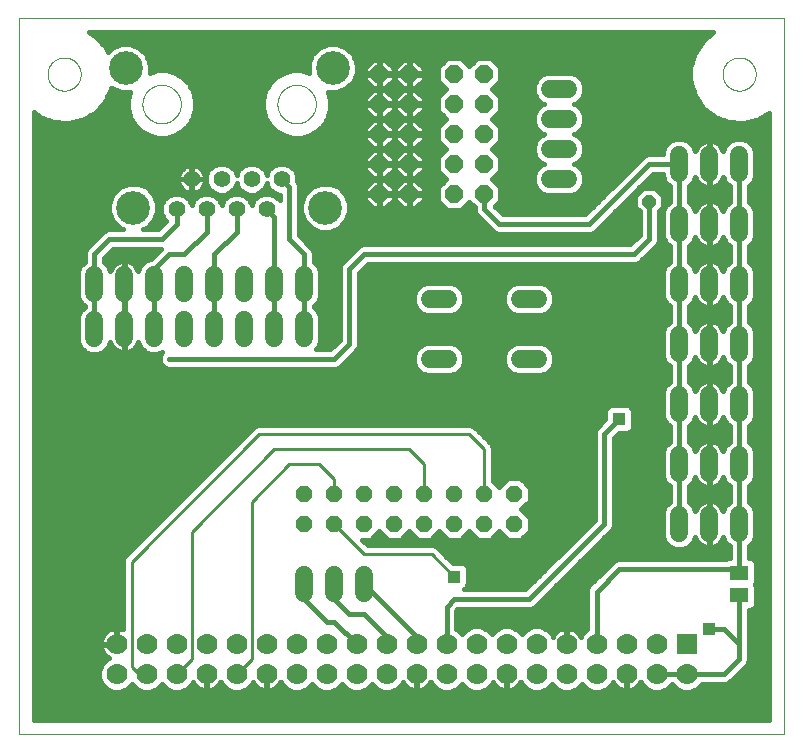
<source format=gtl>
G75*
%MOIN*%
%OFA0B0*%
%FSLAX25Y25*%
%IPPOS*%
%LPD*%
%AMOC8*
5,1,8,0,0,1.08239X$1,22.5*
%
%ADD10C,0.00000*%
%ADD11R,0.06299X0.05118*%
%ADD12R,0.07000X0.07000*%
%ADD13C,0.07000*%
%ADD14C,0.06000*%
%ADD15OC8,0.06000*%
%ADD16OC8,0.05600*%
%ADD17C,0.05543*%
%ADD18C,0.11220*%
%ADD19C,0.01600*%
%ADD20R,0.04356X0.04356*%
%ADD21OC8,0.04750*%
%ADD22OC8,0.04356*%
%ADD23C,0.01000*%
D10*
X0001800Y0001800D02*
X0001800Y0240501D01*
X0256721Y0240501D01*
X0256721Y0001800D01*
X0001800Y0001800D01*
X0042900Y0211800D02*
X0042902Y0211960D01*
X0042908Y0212119D01*
X0042918Y0212278D01*
X0042932Y0212437D01*
X0042950Y0212596D01*
X0042971Y0212754D01*
X0042997Y0212911D01*
X0043027Y0213068D01*
X0043060Y0213224D01*
X0043098Y0213379D01*
X0043139Y0213533D01*
X0043184Y0213686D01*
X0043233Y0213838D01*
X0043286Y0213989D01*
X0043342Y0214138D01*
X0043403Y0214286D01*
X0043466Y0214432D01*
X0043534Y0214577D01*
X0043605Y0214720D01*
X0043679Y0214861D01*
X0043757Y0215000D01*
X0043839Y0215137D01*
X0043924Y0215272D01*
X0044012Y0215405D01*
X0044104Y0215536D01*
X0044198Y0215664D01*
X0044296Y0215790D01*
X0044397Y0215914D01*
X0044501Y0216035D01*
X0044608Y0216153D01*
X0044718Y0216269D01*
X0044831Y0216382D01*
X0044947Y0216492D01*
X0045065Y0216599D01*
X0045186Y0216703D01*
X0045310Y0216804D01*
X0045436Y0216902D01*
X0045564Y0216996D01*
X0045695Y0217088D01*
X0045828Y0217176D01*
X0045963Y0217261D01*
X0046100Y0217343D01*
X0046239Y0217421D01*
X0046380Y0217495D01*
X0046523Y0217566D01*
X0046668Y0217634D01*
X0046814Y0217697D01*
X0046962Y0217758D01*
X0047111Y0217814D01*
X0047262Y0217867D01*
X0047414Y0217916D01*
X0047567Y0217961D01*
X0047721Y0218002D01*
X0047876Y0218040D01*
X0048032Y0218073D01*
X0048189Y0218103D01*
X0048346Y0218129D01*
X0048504Y0218150D01*
X0048663Y0218168D01*
X0048822Y0218182D01*
X0048981Y0218192D01*
X0049140Y0218198D01*
X0049300Y0218200D01*
X0049460Y0218198D01*
X0049619Y0218192D01*
X0049778Y0218182D01*
X0049937Y0218168D01*
X0050096Y0218150D01*
X0050254Y0218129D01*
X0050411Y0218103D01*
X0050568Y0218073D01*
X0050724Y0218040D01*
X0050879Y0218002D01*
X0051033Y0217961D01*
X0051186Y0217916D01*
X0051338Y0217867D01*
X0051489Y0217814D01*
X0051638Y0217758D01*
X0051786Y0217697D01*
X0051932Y0217634D01*
X0052077Y0217566D01*
X0052220Y0217495D01*
X0052361Y0217421D01*
X0052500Y0217343D01*
X0052637Y0217261D01*
X0052772Y0217176D01*
X0052905Y0217088D01*
X0053036Y0216996D01*
X0053164Y0216902D01*
X0053290Y0216804D01*
X0053414Y0216703D01*
X0053535Y0216599D01*
X0053653Y0216492D01*
X0053769Y0216382D01*
X0053882Y0216269D01*
X0053992Y0216153D01*
X0054099Y0216035D01*
X0054203Y0215914D01*
X0054304Y0215790D01*
X0054402Y0215664D01*
X0054496Y0215536D01*
X0054588Y0215405D01*
X0054676Y0215272D01*
X0054761Y0215137D01*
X0054843Y0215000D01*
X0054921Y0214861D01*
X0054995Y0214720D01*
X0055066Y0214577D01*
X0055134Y0214432D01*
X0055197Y0214286D01*
X0055258Y0214138D01*
X0055314Y0213989D01*
X0055367Y0213838D01*
X0055416Y0213686D01*
X0055461Y0213533D01*
X0055502Y0213379D01*
X0055540Y0213224D01*
X0055573Y0213068D01*
X0055603Y0212911D01*
X0055629Y0212754D01*
X0055650Y0212596D01*
X0055668Y0212437D01*
X0055682Y0212278D01*
X0055692Y0212119D01*
X0055698Y0211960D01*
X0055700Y0211800D01*
X0055698Y0211640D01*
X0055692Y0211481D01*
X0055682Y0211322D01*
X0055668Y0211163D01*
X0055650Y0211004D01*
X0055629Y0210846D01*
X0055603Y0210689D01*
X0055573Y0210532D01*
X0055540Y0210376D01*
X0055502Y0210221D01*
X0055461Y0210067D01*
X0055416Y0209914D01*
X0055367Y0209762D01*
X0055314Y0209611D01*
X0055258Y0209462D01*
X0055197Y0209314D01*
X0055134Y0209168D01*
X0055066Y0209023D01*
X0054995Y0208880D01*
X0054921Y0208739D01*
X0054843Y0208600D01*
X0054761Y0208463D01*
X0054676Y0208328D01*
X0054588Y0208195D01*
X0054496Y0208064D01*
X0054402Y0207936D01*
X0054304Y0207810D01*
X0054203Y0207686D01*
X0054099Y0207565D01*
X0053992Y0207447D01*
X0053882Y0207331D01*
X0053769Y0207218D01*
X0053653Y0207108D01*
X0053535Y0207001D01*
X0053414Y0206897D01*
X0053290Y0206796D01*
X0053164Y0206698D01*
X0053036Y0206604D01*
X0052905Y0206512D01*
X0052772Y0206424D01*
X0052637Y0206339D01*
X0052500Y0206257D01*
X0052361Y0206179D01*
X0052220Y0206105D01*
X0052077Y0206034D01*
X0051932Y0205966D01*
X0051786Y0205903D01*
X0051638Y0205842D01*
X0051489Y0205786D01*
X0051338Y0205733D01*
X0051186Y0205684D01*
X0051033Y0205639D01*
X0050879Y0205598D01*
X0050724Y0205560D01*
X0050568Y0205527D01*
X0050411Y0205497D01*
X0050254Y0205471D01*
X0050096Y0205450D01*
X0049937Y0205432D01*
X0049778Y0205418D01*
X0049619Y0205408D01*
X0049460Y0205402D01*
X0049300Y0205400D01*
X0049140Y0205402D01*
X0048981Y0205408D01*
X0048822Y0205418D01*
X0048663Y0205432D01*
X0048504Y0205450D01*
X0048346Y0205471D01*
X0048189Y0205497D01*
X0048032Y0205527D01*
X0047876Y0205560D01*
X0047721Y0205598D01*
X0047567Y0205639D01*
X0047414Y0205684D01*
X0047262Y0205733D01*
X0047111Y0205786D01*
X0046962Y0205842D01*
X0046814Y0205903D01*
X0046668Y0205966D01*
X0046523Y0206034D01*
X0046380Y0206105D01*
X0046239Y0206179D01*
X0046100Y0206257D01*
X0045963Y0206339D01*
X0045828Y0206424D01*
X0045695Y0206512D01*
X0045564Y0206604D01*
X0045436Y0206698D01*
X0045310Y0206796D01*
X0045186Y0206897D01*
X0045065Y0207001D01*
X0044947Y0207108D01*
X0044831Y0207218D01*
X0044718Y0207331D01*
X0044608Y0207447D01*
X0044501Y0207565D01*
X0044397Y0207686D01*
X0044296Y0207810D01*
X0044198Y0207936D01*
X0044104Y0208064D01*
X0044012Y0208195D01*
X0043924Y0208328D01*
X0043839Y0208463D01*
X0043757Y0208600D01*
X0043679Y0208739D01*
X0043605Y0208880D01*
X0043534Y0209023D01*
X0043466Y0209168D01*
X0043403Y0209314D01*
X0043342Y0209462D01*
X0043286Y0209611D01*
X0043233Y0209762D01*
X0043184Y0209914D01*
X0043139Y0210067D01*
X0043098Y0210221D01*
X0043060Y0210376D01*
X0043027Y0210532D01*
X0042997Y0210689D01*
X0042971Y0210846D01*
X0042950Y0211004D01*
X0042932Y0211163D01*
X0042918Y0211322D01*
X0042908Y0211481D01*
X0042902Y0211640D01*
X0042900Y0211800D01*
X0011288Y0221800D02*
X0011290Y0221948D01*
X0011296Y0222096D01*
X0011306Y0222244D01*
X0011320Y0222391D01*
X0011338Y0222538D01*
X0011359Y0222684D01*
X0011385Y0222830D01*
X0011415Y0222975D01*
X0011448Y0223119D01*
X0011486Y0223262D01*
X0011527Y0223404D01*
X0011572Y0223545D01*
X0011620Y0223685D01*
X0011673Y0223824D01*
X0011729Y0223961D01*
X0011789Y0224096D01*
X0011852Y0224230D01*
X0011919Y0224362D01*
X0011990Y0224492D01*
X0012064Y0224620D01*
X0012141Y0224746D01*
X0012222Y0224870D01*
X0012306Y0224992D01*
X0012393Y0225111D01*
X0012484Y0225228D01*
X0012578Y0225343D01*
X0012674Y0225455D01*
X0012774Y0225565D01*
X0012876Y0225671D01*
X0012982Y0225775D01*
X0013090Y0225876D01*
X0013201Y0225974D01*
X0013314Y0226070D01*
X0013430Y0226162D01*
X0013548Y0226251D01*
X0013669Y0226336D01*
X0013792Y0226419D01*
X0013917Y0226498D01*
X0014044Y0226574D01*
X0014173Y0226646D01*
X0014304Y0226715D01*
X0014437Y0226780D01*
X0014572Y0226841D01*
X0014708Y0226899D01*
X0014845Y0226954D01*
X0014984Y0227004D01*
X0015125Y0227051D01*
X0015266Y0227094D01*
X0015409Y0227134D01*
X0015553Y0227169D01*
X0015697Y0227201D01*
X0015843Y0227228D01*
X0015989Y0227252D01*
X0016136Y0227272D01*
X0016283Y0227288D01*
X0016430Y0227300D01*
X0016578Y0227308D01*
X0016726Y0227312D01*
X0016874Y0227312D01*
X0017022Y0227308D01*
X0017170Y0227300D01*
X0017317Y0227288D01*
X0017464Y0227272D01*
X0017611Y0227252D01*
X0017757Y0227228D01*
X0017903Y0227201D01*
X0018047Y0227169D01*
X0018191Y0227134D01*
X0018334Y0227094D01*
X0018475Y0227051D01*
X0018616Y0227004D01*
X0018755Y0226954D01*
X0018892Y0226899D01*
X0019028Y0226841D01*
X0019163Y0226780D01*
X0019296Y0226715D01*
X0019427Y0226646D01*
X0019556Y0226574D01*
X0019683Y0226498D01*
X0019808Y0226419D01*
X0019931Y0226336D01*
X0020052Y0226251D01*
X0020170Y0226162D01*
X0020286Y0226070D01*
X0020399Y0225974D01*
X0020510Y0225876D01*
X0020618Y0225775D01*
X0020724Y0225671D01*
X0020826Y0225565D01*
X0020926Y0225455D01*
X0021022Y0225343D01*
X0021116Y0225228D01*
X0021207Y0225111D01*
X0021294Y0224992D01*
X0021378Y0224870D01*
X0021459Y0224746D01*
X0021536Y0224620D01*
X0021610Y0224492D01*
X0021681Y0224362D01*
X0021748Y0224230D01*
X0021811Y0224096D01*
X0021871Y0223961D01*
X0021927Y0223824D01*
X0021980Y0223685D01*
X0022028Y0223545D01*
X0022073Y0223404D01*
X0022114Y0223262D01*
X0022152Y0223119D01*
X0022185Y0222975D01*
X0022215Y0222830D01*
X0022241Y0222684D01*
X0022262Y0222538D01*
X0022280Y0222391D01*
X0022294Y0222244D01*
X0022304Y0222096D01*
X0022310Y0221948D01*
X0022312Y0221800D01*
X0022310Y0221652D01*
X0022304Y0221504D01*
X0022294Y0221356D01*
X0022280Y0221209D01*
X0022262Y0221062D01*
X0022241Y0220916D01*
X0022215Y0220770D01*
X0022185Y0220625D01*
X0022152Y0220481D01*
X0022114Y0220338D01*
X0022073Y0220196D01*
X0022028Y0220055D01*
X0021980Y0219915D01*
X0021927Y0219776D01*
X0021871Y0219639D01*
X0021811Y0219504D01*
X0021748Y0219370D01*
X0021681Y0219238D01*
X0021610Y0219108D01*
X0021536Y0218980D01*
X0021459Y0218854D01*
X0021378Y0218730D01*
X0021294Y0218608D01*
X0021207Y0218489D01*
X0021116Y0218372D01*
X0021022Y0218257D01*
X0020926Y0218145D01*
X0020826Y0218035D01*
X0020724Y0217929D01*
X0020618Y0217825D01*
X0020510Y0217724D01*
X0020399Y0217626D01*
X0020286Y0217530D01*
X0020170Y0217438D01*
X0020052Y0217349D01*
X0019931Y0217264D01*
X0019808Y0217181D01*
X0019683Y0217102D01*
X0019556Y0217026D01*
X0019427Y0216954D01*
X0019296Y0216885D01*
X0019163Y0216820D01*
X0019028Y0216759D01*
X0018892Y0216701D01*
X0018755Y0216646D01*
X0018616Y0216596D01*
X0018475Y0216549D01*
X0018334Y0216506D01*
X0018191Y0216466D01*
X0018047Y0216431D01*
X0017903Y0216399D01*
X0017757Y0216372D01*
X0017611Y0216348D01*
X0017464Y0216328D01*
X0017317Y0216312D01*
X0017170Y0216300D01*
X0017022Y0216292D01*
X0016874Y0216288D01*
X0016726Y0216288D01*
X0016578Y0216292D01*
X0016430Y0216300D01*
X0016283Y0216312D01*
X0016136Y0216328D01*
X0015989Y0216348D01*
X0015843Y0216372D01*
X0015697Y0216399D01*
X0015553Y0216431D01*
X0015409Y0216466D01*
X0015266Y0216506D01*
X0015125Y0216549D01*
X0014984Y0216596D01*
X0014845Y0216646D01*
X0014708Y0216701D01*
X0014572Y0216759D01*
X0014437Y0216820D01*
X0014304Y0216885D01*
X0014173Y0216954D01*
X0014044Y0217026D01*
X0013917Y0217102D01*
X0013792Y0217181D01*
X0013669Y0217264D01*
X0013548Y0217349D01*
X0013430Y0217438D01*
X0013314Y0217530D01*
X0013201Y0217626D01*
X0013090Y0217724D01*
X0012982Y0217825D01*
X0012876Y0217929D01*
X0012774Y0218035D01*
X0012674Y0218145D01*
X0012578Y0218257D01*
X0012484Y0218372D01*
X0012393Y0218489D01*
X0012306Y0218608D01*
X0012222Y0218730D01*
X0012141Y0218854D01*
X0012064Y0218980D01*
X0011990Y0219108D01*
X0011919Y0219238D01*
X0011852Y0219370D01*
X0011789Y0219504D01*
X0011729Y0219639D01*
X0011673Y0219776D01*
X0011620Y0219915D01*
X0011572Y0220055D01*
X0011527Y0220196D01*
X0011486Y0220338D01*
X0011448Y0220481D01*
X0011415Y0220625D01*
X0011385Y0220770D01*
X0011359Y0220916D01*
X0011338Y0221062D01*
X0011320Y0221209D01*
X0011306Y0221356D01*
X0011296Y0221504D01*
X0011290Y0221652D01*
X0011288Y0221800D01*
X0087900Y0211800D02*
X0087902Y0211960D01*
X0087908Y0212119D01*
X0087918Y0212278D01*
X0087932Y0212437D01*
X0087950Y0212596D01*
X0087971Y0212754D01*
X0087997Y0212911D01*
X0088027Y0213068D01*
X0088060Y0213224D01*
X0088098Y0213379D01*
X0088139Y0213533D01*
X0088184Y0213686D01*
X0088233Y0213838D01*
X0088286Y0213989D01*
X0088342Y0214138D01*
X0088403Y0214286D01*
X0088466Y0214432D01*
X0088534Y0214577D01*
X0088605Y0214720D01*
X0088679Y0214861D01*
X0088757Y0215000D01*
X0088839Y0215137D01*
X0088924Y0215272D01*
X0089012Y0215405D01*
X0089104Y0215536D01*
X0089198Y0215664D01*
X0089296Y0215790D01*
X0089397Y0215914D01*
X0089501Y0216035D01*
X0089608Y0216153D01*
X0089718Y0216269D01*
X0089831Y0216382D01*
X0089947Y0216492D01*
X0090065Y0216599D01*
X0090186Y0216703D01*
X0090310Y0216804D01*
X0090436Y0216902D01*
X0090564Y0216996D01*
X0090695Y0217088D01*
X0090828Y0217176D01*
X0090963Y0217261D01*
X0091100Y0217343D01*
X0091239Y0217421D01*
X0091380Y0217495D01*
X0091523Y0217566D01*
X0091668Y0217634D01*
X0091814Y0217697D01*
X0091962Y0217758D01*
X0092111Y0217814D01*
X0092262Y0217867D01*
X0092414Y0217916D01*
X0092567Y0217961D01*
X0092721Y0218002D01*
X0092876Y0218040D01*
X0093032Y0218073D01*
X0093189Y0218103D01*
X0093346Y0218129D01*
X0093504Y0218150D01*
X0093663Y0218168D01*
X0093822Y0218182D01*
X0093981Y0218192D01*
X0094140Y0218198D01*
X0094300Y0218200D01*
X0094460Y0218198D01*
X0094619Y0218192D01*
X0094778Y0218182D01*
X0094937Y0218168D01*
X0095096Y0218150D01*
X0095254Y0218129D01*
X0095411Y0218103D01*
X0095568Y0218073D01*
X0095724Y0218040D01*
X0095879Y0218002D01*
X0096033Y0217961D01*
X0096186Y0217916D01*
X0096338Y0217867D01*
X0096489Y0217814D01*
X0096638Y0217758D01*
X0096786Y0217697D01*
X0096932Y0217634D01*
X0097077Y0217566D01*
X0097220Y0217495D01*
X0097361Y0217421D01*
X0097500Y0217343D01*
X0097637Y0217261D01*
X0097772Y0217176D01*
X0097905Y0217088D01*
X0098036Y0216996D01*
X0098164Y0216902D01*
X0098290Y0216804D01*
X0098414Y0216703D01*
X0098535Y0216599D01*
X0098653Y0216492D01*
X0098769Y0216382D01*
X0098882Y0216269D01*
X0098992Y0216153D01*
X0099099Y0216035D01*
X0099203Y0215914D01*
X0099304Y0215790D01*
X0099402Y0215664D01*
X0099496Y0215536D01*
X0099588Y0215405D01*
X0099676Y0215272D01*
X0099761Y0215137D01*
X0099843Y0215000D01*
X0099921Y0214861D01*
X0099995Y0214720D01*
X0100066Y0214577D01*
X0100134Y0214432D01*
X0100197Y0214286D01*
X0100258Y0214138D01*
X0100314Y0213989D01*
X0100367Y0213838D01*
X0100416Y0213686D01*
X0100461Y0213533D01*
X0100502Y0213379D01*
X0100540Y0213224D01*
X0100573Y0213068D01*
X0100603Y0212911D01*
X0100629Y0212754D01*
X0100650Y0212596D01*
X0100668Y0212437D01*
X0100682Y0212278D01*
X0100692Y0212119D01*
X0100698Y0211960D01*
X0100700Y0211800D01*
X0100698Y0211640D01*
X0100692Y0211481D01*
X0100682Y0211322D01*
X0100668Y0211163D01*
X0100650Y0211004D01*
X0100629Y0210846D01*
X0100603Y0210689D01*
X0100573Y0210532D01*
X0100540Y0210376D01*
X0100502Y0210221D01*
X0100461Y0210067D01*
X0100416Y0209914D01*
X0100367Y0209762D01*
X0100314Y0209611D01*
X0100258Y0209462D01*
X0100197Y0209314D01*
X0100134Y0209168D01*
X0100066Y0209023D01*
X0099995Y0208880D01*
X0099921Y0208739D01*
X0099843Y0208600D01*
X0099761Y0208463D01*
X0099676Y0208328D01*
X0099588Y0208195D01*
X0099496Y0208064D01*
X0099402Y0207936D01*
X0099304Y0207810D01*
X0099203Y0207686D01*
X0099099Y0207565D01*
X0098992Y0207447D01*
X0098882Y0207331D01*
X0098769Y0207218D01*
X0098653Y0207108D01*
X0098535Y0207001D01*
X0098414Y0206897D01*
X0098290Y0206796D01*
X0098164Y0206698D01*
X0098036Y0206604D01*
X0097905Y0206512D01*
X0097772Y0206424D01*
X0097637Y0206339D01*
X0097500Y0206257D01*
X0097361Y0206179D01*
X0097220Y0206105D01*
X0097077Y0206034D01*
X0096932Y0205966D01*
X0096786Y0205903D01*
X0096638Y0205842D01*
X0096489Y0205786D01*
X0096338Y0205733D01*
X0096186Y0205684D01*
X0096033Y0205639D01*
X0095879Y0205598D01*
X0095724Y0205560D01*
X0095568Y0205527D01*
X0095411Y0205497D01*
X0095254Y0205471D01*
X0095096Y0205450D01*
X0094937Y0205432D01*
X0094778Y0205418D01*
X0094619Y0205408D01*
X0094460Y0205402D01*
X0094300Y0205400D01*
X0094140Y0205402D01*
X0093981Y0205408D01*
X0093822Y0205418D01*
X0093663Y0205432D01*
X0093504Y0205450D01*
X0093346Y0205471D01*
X0093189Y0205497D01*
X0093032Y0205527D01*
X0092876Y0205560D01*
X0092721Y0205598D01*
X0092567Y0205639D01*
X0092414Y0205684D01*
X0092262Y0205733D01*
X0092111Y0205786D01*
X0091962Y0205842D01*
X0091814Y0205903D01*
X0091668Y0205966D01*
X0091523Y0206034D01*
X0091380Y0206105D01*
X0091239Y0206179D01*
X0091100Y0206257D01*
X0090963Y0206339D01*
X0090828Y0206424D01*
X0090695Y0206512D01*
X0090564Y0206604D01*
X0090436Y0206698D01*
X0090310Y0206796D01*
X0090186Y0206897D01*
X0090065Y0207001D01*
X0089947Y0207108D01*
X0089831Y0207218D01*
X0089718Y0207331D01*
X0089608Y0207447D01*
X0089501Y0207565D01*
X0089397Y0207686D01*
X0089296Y0207810D01*
X0089198Y0207936D01*
X0089104Y0208064D01*
X0089012Y0208195D01*
X0088924Y0208328D01*
X0088839Y0208463D01*
X0088757Y0208600D01*
X0088679Y0208739D01*
X0088605Y0208880D01*
X0088534Y0209023D01*
X0088466Y0209168D01*
X0088403Y0209314D01*
X0088342Y0209462D01*
X0088286Y0209611D01*
X0088233Y0209762D01*
X0088184Y0209914D01*
X0088139Y0210067D01*
X0088098Y0210221D01*
X0088060Y0210376D01*
X0088027Y0210532D01*
X0087997Y0210689D01*
X0087971Y0210846D01*
X0087950Y0211004D01*
X0087932Y0211163D01*
X0087918Y0211322D01*
X0087908Y0211481D01*
X0087902Y0211640D01*
X0087900Y0211800D01*
X0236288Y0221800D02*
X0236290Y0221948D01*
X0236296Y0222096D01*
X0236306Y0222244D01*
X0236320Y0222391D01*
X0236338Y0222538D01*
X0236359Y0222684D01*
X0236385Y0222830D01*
X0236415Y0222975D01*
X0236448Y0223119D01*
X0236486Y0223262D01*
X0236527Y0223404D01*
X0236572Y0223545D01*
X0236620Y0223685D01*
X0236673Y0223824D01*
X0236729Y0223961D01*
X0236789Y0224096D01*
X0236852Y0224230D01*
X0236919Y0224362D01*
X0236990Y0224492D01*
X0237064Y0224620D01*
X0237141Y0224746D01*
X0237222Y0224870D01*
X0237306Y0224992D01*
X0237393Y0225111D01*
X0237484Y0225228D01*
X0237578Y0225343D01*
X0237674Y0225455D01*
X0237774Y0225565D01*
X0237876Y0225671D01*
X0237982Y0225775D01*
X0238090Y0225876D01*
X0238201Y0225974D01*
X0238314Y0226070D01*
X0238430Y0226162D01*
X0238548Y0226251D01*
X0238669Y0226336D01*
X0238792Y0226419D01*
X0238917Y0226498D01*
X0239044Y0226574D01*
X0239173Y0226646D01*
X0239304Y0226715D01*
X0239437Y0226780D01*
X0239572Y0226841D01*
X0239708Y0226899D01*
X0239845Y0226954D01*
X0239984Y0227004D01*
X0240125Y0227051D01*
X0240266Y0227094D01*
X0240409Y0227134D01*
X0240553Y0227169D01*
X0240697Y0227201D01*
X0240843Y0227228D01*
X0240989Y0227252D01*
X0241136Y0227272D01*
X0241283Y0227288D01*
X0241430Y0227300D01*
X0241578Y0227308D01*
X0241726Y0227312D01*
X0241874Y0227312D01*
X0242022Y0227308D01*
X0242170Y0227300D01*
X0242317Y0227288D01*
X0242464Y0227272D01*
X0242611Y0227252D01*
X0242757Y0227228D01*
X0242903Y0227201D01*
X0243047Y0227169D01*
X0243191Y0227134D01*
X0243334Y0227094D01*
X0243475Y0227051D01*
X0243616Y0227004D01*
X0243755Y0226954D01*
X0243892Y0226899D01*
X0244028Y0226841D01*
X0244163Y0226780D01*
X0244296Y0226715D01*
X0244427Y0226646D01*
X0244556Y0226574D01*
X0244683Y0226498D01*
X0244808Y0226419D01*
X0244931Y0226336D01*
X0245052Y0226251D01*
X0245170Y0226162D01*
X0245286Y0226070D01*
X0245399Y0225974D01*
X0245510Y0225876D01*
X0245618Y0225775D01*
X0245724Y0225671D01*
X0245826Y0225565D01*
X0245926Y0225455D01*
X0246022Y0225343D01*
X0246116Y0225228D01*
X0246207Y0225111D01*
X0246294Y0224992D01*
X0246378Y0224870D01*
X0246459Y0224746D01*
X0246536Y0224620D01*
X0246610Y0224492D01*
X0246681Y0224362D01*
X0246748Y0224230D01*
X0246811Y0224096D01*
X0246871Y0223961D01*
X0246927Y0223824D01*
X0246980Y0223685D01*
X0247028Y0223545D01*
X0247073Y0223404D01*
X0247114Y0223262D01*
X0247152Y0223119D01*
X0247185Y0222975D01*
X0247215Y0222830D01*
X0247241Y0222684D01*
X0247262Y0222538D01*
X0247280Y0222391D01*
X0247294Y0222244D01*
X0247304Y0222096D01*
X0247310Y0221948D01*
X0247312Y0221800D01*
X0247310Y0221652D01*
X0247304Y0221504D01*
X0247294Y0221356D01*
X0247280Y0221209D01*
X0247262Y0221062D01*
X0247241Y0220916D01*
X0247215Y0220770D01*
X0247185Y0220625D01*
X0247152Y0220481D01*
X0247114Y0220338D01*
X0247073Y0220196D01*
X0247028Y0220055D01*
X0246980Y0219915D01*
X0246927Y0219776D01*
X0246871Y0219639D01*
X0246811Y0219504D01*
X0246748Y0219370D01*
X0246681Y0219238D01*
X0246610Y0219108D01*
X0246536Y0218980D01*
X0246459Y0218854D01*
X0246378Y0218730D01*
X0246294Y0218608D01*
X0246207Y0218489D01*
X0246116Y0218372D01*
X0246022Y0218257D01*
X0245926Y0218145D01*
X0245826Y0218035D01*
X0245724Y0217929D01*
X0245618Y0217825D01*
X0245510Y0217724D01*
X0245399Y0217626D01*
X0245286Y0217530D01*
X0245170Y0217438D01*
X0245052Y0217349D01*
X0244931Y0217264D01*
X0244808Y0217181D01*
X0244683Y0217102D01*
X0244556Y0217026D01*
X0244427Y0216954D01*
X0244296Y0216885D01*
X0244163Y0216820D01*
X0244028Y0216759D01*
X0243892Y0216701D01*
X0243755Y0216646D01*
X0243616Y0216596D01*
X0243475Y0216549D01*
X0243334Y0216506D01*
X0243191Y0216466D01*
X0243047Y0216431D01*
X0242903Y0216399D01*
X0242757Y0216372D01*
X0242611Y0216348D01*
X0242464Y0216328D01*
X0242317Y0216312D01*
X0242170Y0216300D01*
X0242022Y0216292D01*
X0241874Y0216288D01*
X0241726Y0216288D01*
X0241578Y0216292D01*
X0241430Y0216300D01*
X0241283Y0216312D01*
X0241136Y0216328D01*
X0240989Y0216348D01*
X0240843Y0216372D01*
X0240697Y0216399D01*
X0240553Y0216431D01*
X0240409Y0216466D01*
X0240266Y0216506D01*
X0240125Y0216549D01*
X0239984Y0216596D01*
X0239845Y0216646D01*
X0239708Y0216701D01*
X0239572Y0216759D01*
X0239437Y0216820D01*
X0239304Y0216885D01*
X0239173Y0216954D01*
X0239044Y0217026D01*
X0238917Y0217102D01*
X0238792Y0217181D01*
X0238669Y0217264D01*
X0238548Y0217349D01*
X0238430Y0217438D01*
X0238314Y0217530D01*
X0238201Y0217626D01*
X0238090Y0217724D01*
X0237982Y0217825D01*
X0237876Y0217929D01*
X0237774Y0218035D01*
X0237674Y0218145D01*
X0237578Y0218257D01*
X0237484Y0218372D01*
X0237393Y0218489D01*
X0237306Y0218608D01*
X0237222Y0218730D01*
X0237141Y0218854D01*
X0237064Y0218980D01*
X0236990Y0219108D01*
X0236919Y0219238D01*
X0236852Y0219370D01*
X0236789Y0219504D01*
X0236729Y0219639D01*
X0236673Y0219776D01*
X0236620Y0219915D01*
X0236572Y0220055D01*
X0236527Y0220196D01*
X0236486Y0220338D01*
X0236448Y0220481D01*
X0236415Y0220625D01*
X0236385Y0220770D01*
X0236359Y0220916D01*
X0236338Y0221062D01*
X0236320Y0221209D01*
X0236306Y0221356D01*
X0236296Y0221504D01*
X0236290Y0221652D01*
X0236288Y0221800D01*
D11*
X0241800Y0055540D03*
X0241800Y0048060D03*
D12*
X0224300Y0031800D03*
D13*
X0214300Y0031800D03*
X0204300Y0031800D03*
X0194300Y0031800D03*
X0184300Y0031800D03*
X0174300Y0031800D03*
X0164300Y0031800D03*
X0154300Y0031800D03*
X0144300Y0031800D03*
X0134300Y0031800D03*
X0124300Y0031800D03*
X0114300Y0031800D03*
X0104300Y0031800D03*
X0094300Y0031800D03*
X0084300Y0031800D03*
X0074300Y0031800D03*
X0064300Y0031800D03*
X0054300Y0031800D03*
X0044300Y0031800D03*
X0034300Y0031800D03*
X0034300Y0021800D03*
X0044300Y0021800D03*
X0054300Y0021800D03*
X0064300Y0021800D03*
X0074300Y0021800D03*
X0084300Y0021800D03*
X0094300Y0021800D03*
X0104300Y0021800D03*
X0114300Y0021800D03*
X0124300Y0021800D03*
X0134300Y0021800D03*
X0144300Y0021800D03*
X0154300Y0021800D03*
X0164300Y0021800D03*
X0174300Y0021800D03*
X0184300Y0021800D03*
X0194300Y0021800D03*
X0204300Y0021800D03*
X0214300Y0021800D03*
X0224300Y0021800D03*
D14*
X0221800Y0068800D02*
X0221800Y0074800D01*
X0231800Y0074800D02*
X0231800Y0068800D01*
X0241800Y0068800D02*
X0241800Y0074800D01*
X0241800Y0088800D02*
X0241800Y0094800D01*
X0231800Y0094800D02*
X0231800Y0088800D01*
X0221800Y0088800D02*
X0221800Y0094800D01*
X0221800Y0108800D02*
X0221800Y0114800D01*
X0231800Y0114800D02*
X0231800Y0108800D01*
X0241800Y0108800D02*
X0241800Y0114800D01*
X0241800Y0128800D02*
X0241800Y0134800D01*
X0231800Y0134800D02*
X0231800Y0128800D01*
X0221800Y0128800D02*
X0221800Y0134800D01*
X0221800Y0148800D02*
X0221800Y0154800D01*
X0231800Y0154800D02*
X0231800Y0148800D01*
X0241800Y0148800D02*
X0241800Y0154800D01*
X0241800Y0168800D02*
X0241800Y0174800D01*
X0231800Y0174800D02*
X0231800Y0168800D01*
X0221800Y0168800D02*
X0221800Y0174800D01*
X0221800Y0188800D02*
X0221800Y0194800D01*
X0231800Y0194800D02*
X0231800Y0188800D01*
X0241800Y0188800D02*
X0241800Y0194800D01*
X0184800Y0196800D02*
X0178800Y0196800D01*
X0178800Y0186800D02*
X0184800Y0186800D01*
X0184800Y0206800D02*
X0178800Y0206800D01*
X0178800Y0216800D02*
X0184800Y0216800D01*
X0174800Y0146800D02*
X0168800Y0146800D01*
X0168800Y0126800D02*
X0174800Y0126800D01*
X0144800Y0126800D02*
X0138800Y0126800D01*
X0138800Y0146800D02*
X0144800Y0146800D01*
X0096800Y0148800D02*
X0096800Y0154800D01*
X0086800Y0154800D02*
X0086800Y0148800D01*
X0086800Y0139800D02*
X0086800Y0133800D01*
X0076800Y0133800D02*
X0076800Y0139800D01*
X0076800Y0148800D02*
X0076800Y0154800D01*
X0066800Y0154800D02*
X0066800Y0148800D01*
X0066800Y0139800D02*
X0066800Y0133800D01*
X0056800Y0133800D02*
X0056800Y0139800D01*
X0046800Y0139800D02*
X0046800Y0133800D01*
X0036800Y0133800D02*
X0036800Y0139800D01*
X0036800Y0148800D02*
X0036800Y0154800D01*
X0026800Y0154800D02*
X0026800Y0148800D01*
X0026800Y0139800D02*
X0026800Y0133800D01*
X0046800Y0148800D02*
X0046800Y0154800D01*
X0056800Y0154800D02*
X0056800Y0148800D01*
X0096800Y0139800D02*
X0096800Y0133800D01*
X0096800Y0054800D02*
X0096800Y0048800D01*
X0106800Y0048800D02*
X0106800Y0054800D01*
X0116800Y0054800D02*
X0116800Y0048800D01*
D15*
X0121800Y0181800D03*
X0131800Y0181800D03*
X0131800Y0191800D03*
X0121800Y0191800D03*
X0121800Y0201800D03*
X0131800Y0201800D03*
X0131800Y0211800D03*
X0121800Y0211800D03*
X0121800Y0221800D03*
X0131800Y0221800D03*
X0146800Y0221800D03*
X0146800Y0211800D03*
X0146800Y0201800D03*
X0146800Y0191800D03*
X0146800Y0181800D03*
X0156800Y0181800D03*
X0156800Y0191800D03*
X0156800Y0201800D03*
X0156800Y0211800D03*
X0156800Y0221800D03*
D16*
X0156800Y0081800D03*
X0156800Y0071800D03*
X0146800Y0071800D03*
X0146800Y0081800D03*
X0136800Y0081800D03*
X0126800Y0081800D03*
X0126800Y0071800D03*
X0136800Y0071800D03*
X0116800Y0071800D03*
X0116800Y0081800D03*
X0106800Y0081800D03*
X0106800Y0071800D03*
X0096800Y0071800D03*
X0096800Y0081800D03*
X0166800Y0081800D03*
X0166800Y0071800D03*
D17*
X0084300Y0176800D03*
X0074300Y0176800D03*
X0064300Y0176800D03*
X0054300Y0176800D03*
X0059300Y0186800D03*
X0069300Y0186800D03*
X0079300Y0186800D03*
X0089300Y0186800D03*
D18*
X0103800Y0177312D03*
X0106300Y0223800D03*
X0039800Y0177312D03*
X0037300Y0223800D03*
D19*
X0031280Y0229108D02*
X0030350Y0231038D01*
X0027025Y0234622D01*
X0025157Y0235701D01*
X0233221Y0235701D01*
X0229778Y0232955D01*
X0229778Y0232955D01*
X0229778Y0232955D01*
X0227024Y0228916D01*
X0227024Y0228916D01*
X0225583Y0224244D01*
X0225583Y0219356D01*
X0227024Y0214684D01*
X0229778Y0210645D01*
X0233600Y0207597D01*
X0238151Y0205811D01*
X0243026Y0205446D01*
X0247792Y0206534D01*
X0251921Y0208918D01*
X0251921Y0006600D01*
X0006600Y0006600D01*
X0006600Y0209192D01*
X0008600Y0207597D01*
X0013151Y0205811D01*
X0018026Y0205446D01*
X0022792Y0206534D01*
X0027025Y0208978D01*
X0030350Y0212562D01*
X0032471Y0216966D01*
X0032515Y0217257D01*
X0032763Y0217009D01*
X0035707Y0215790D01*
X0038774Y0215790D01*
X0038100Y0213275D01*
X0038100Y0210325D01*
X0038863Y0207477D01*
X0040338Y0204923D01*
X0042423Y0202838D01*
X0044977Y0201363D01*
X0047825Y0200600D01*
X0050775Y0200600D01*
X0053623Y0201363D01*
X0056177Y0202838D01*
X0058262Y0204923D01*
X0059737Y0207477D01*
X0060500Y0210325D01*
X0060500Y0213275D01*
X0059737Y0216123D01*
X0058262Y0218677D01*
X0056177Y0220762D01*
X0053623Y0222237D01*
X0050775Y0223000D01*
X0047825Y0223000D01*
X0045310Y0222326D01*
X0045310Y0225393D01*
X0044091Y0228337D01*
X0041837Y0230591D01*
X0038893Y0231810D01*
X0035707Y0231810D01*
X0032763Y0230591D01*
X0031280Y0229108D01*
X0030664Y0230387D02*
X0032559Y0230387D01*
X0030350Y0231038D02*
X0030350Y0231038D01*
X0029471Y0231986D02*
X0229117Y0231986D01*
X0228027Y0230387D02*
X0111041Y0230387D01*
X0110837Y0230591D02*
X0107893Y0231810D01*
X0104707Y0231810D01*
X0101763Y0230591D01*
X0099509Y0228337D01*
X0098290Y0225393D01*
X0098290Y0222326D01*
X0095775Y0223000D01*
X0092825Y0223000D01*
X0089977Y0222237D01*
X0087423Y0220762D01*
X0085338Y0218677D01*
X0083863Y0216123D01*
X0083100Y0213275D01*
X0083100Y0210325D01*
X0083863Y0207477D01*
X0085338Y0204923D01*
X0087423Y0202838D01*
X0089977Y0201363D01*
X0092825Y0200600D01*
X0095775Y0200600D01*
X0098623Y0201363D01*
X0101177Y0202838D01*
X0103262Y0204923D01*
X0104737Y0207477D01*
X0105500Y0210325D01*
X0105500Y0213275D01*
X0104826Y0215790D01*
X0107893Y0215790D01*
X0110837Y0217009D01*
X0113091Y0219263D01*
X0114310Y0222207D01*
X0114310Y0225393D01*
X0113091Y0228337D01*
X0110837Y0230591D01*
X0112640Y0228789D02*
X0226985Y0228789D01*
X0226492Y0227190D02*
X0159047Y0227190D01*
X0159037Y0227200D02*
X0154563Y0227200D01*
X0151800Y0224437D01*
X0149037Y0227200D01*
X0144563Y0227200D01*
X0141400Y0224037D01*
X0141400Y0219563D01*
X0144163Y0216800D01*
X0141400Y0214037D01*
X0141400Y0209563D01*
X0144163Y0206800D01*
X0141400Y0204037D01*
X0141400Y0199563D01*
X0144163Y0196800D01*
X0141400Y0194037D01*
X0141400Y0189563D01*
X0144163Y0186800D01*
X0141400Y0184037D01*
X0141400Y0179563D01*
X0144563Y0176400D01*
X0149037Y0176400D01*
X0151800Y0179163D01*
X0153600Y0177363D01*
X0153600Y0176163D01*
X0154087Y0174987D01*
X0154987Y0174087D01*
X0159987Y0169087D01*
X0161163Y0168600D01*
X0192437Y0168600D01*
X0193613Y0169087D01*
X0213125Y0188600D01*
X0216400Y0188600D01*
X0216400Y0187726D01*
X0217222Y0185741D01*
X0218600Y0184363D01*
X0218600Y0179237D01*
X0217222Y0177859D01*
X0216400Y0175874D01*
X0216400Y0167726D01*
X0217222Y0165741D01*
X0218600Y0164363D01*
X0218600Y0159237D01*
X0217222Y0157859D01*
X0216400Y0155874D01*
X0216400Y0147726D01*
X0217222Y0145741D01*
X0218600Y0144363D01*
X0218600Y0139237D01*
X0217222Y0137859D01*
X0216400Y0135874D01*
X0216400Y0127726D01*
X0217222Y0125741D01*
X0218600Y0124363D01*
X0218600Y0119237D01*
X0217222Y0117859D01*
X0216400Y0115874D01*
X0216400Y0107726D01*
X0217222Y0105741D01*
X0218600Y0104363D01*
X0218600Y0099237D01*
X0217222Y0097859D01*
X0216400Y0095874D01*
X0216400Y0087726D01*
X0217222Y0085741D01*
X0218600Y0084363D01*
X0218600Y0079237D01*
X0217222Y0077859D01*
X0216400Y0075874D01*
X0216400Y0067726D01*
X0217222Y0065741D01*
X0218741Y0064222D01*
X0220726Y0063400D01*
X0222874Y0063400D01*
X0224859Y0064222D01*
X0226378Y0065741D01*
X0227145Y0067593D01*
X0227352Y0066957D01*
X0227695Y0066284D01*
X0228139Y0065673D01*
X0228673Y0065139D01*
X0229284Y0064695D01*
X0229957Y0064352D01*
X0230676Y0064118D01*
X0231422Y0064000D01*
X0231600Y0064000D01*
X0231600Y0071600D01*
X0232000Y0071600D01*
X0232000Y0064000D01*
X0232178Y0064000D01*
X0232924Y0064118D01*
X0233643Y0064352D01*
X0234316Y0064695D01*
X0234927Y0065139D01*
X0235461Y0065673D01*
X0235905Y0066284D01*
X0236248Y0066957D01*
X0236455Y0067593D01*
X0237222Y0065741D01*
X0238600Y0064363D01*
X0238600Y0060499D01*
X0238173Y0060499D01*
X0237291Y0060134D01*
X0237157Y0060000D01*
X0201163Y0060000D01*
X0199987Y0059513D01*
X0199087Y0058613D01*
X0191587Y0051113D01*
X0191100Y0049937D01*
X0191100Y0036861D01*
X0190958Y0036802D01*
X0189298Y0035142D01*
X0188961Y0034327D01*
X0188833Y0034578D01*
X0188343Y0035253D01*
X0187753Y0035843D01*
X0187078Y0036333D01*
X0186334Y0036712D01*
X0185541Y0036969D01*
X0184717Y0037100D01*
X0184484Y0037100D01*
X0184484Y0031984D01*
X0184116Y0031984D01*
X0184116Y0037100D01*
X0183883Y0037100D01*
X0183059Y0036969D01*
X0182266Y0036712D01*
X0181522Y0036333D01*
X0180847Y0035843D01*
X0180257Y0035253D01*
X0179767Y0034578D01*
X0179639Y0034327D01*
X0179302Y0035142D01*
X0177642Y0036802D01*
X0175474Y0037700D01*
X0173126Y0037700D01*
X0170958Y0036802D01*
X0169300Y0035144D01*
X0167642Y0036802D01*
X0165474Y0037700D01*
X0163126Y0037700D01*
X0160958Y0036802D01*
X0159300Y0035144D01*
X0157642Y0036802D01*
X0155474Y0037700D01*
X0153126Y0037700D01*
X0150958Y0036802D01*
X0149300Y0035144D01*
X0147642Y0036802D01*
X0147500Y0036861D01*
X0147500Y0042975D01*
X0148125Y0043600D01*
X0172437Y0043600D01*
X0173613Y0044087D01*
X0198613Y0069087D01*
X0199513Y0069987D01*
X0200000Y0071163D01*
X0200000Y0100475D01*
X0201748Y0102222D01*
X0204455Y0102222D01*
X0205337Y0102587D01*
X0206013Y0103263D01*
X0206378Y0104145D01*
X0206378Y0109455D01*
X0206013Y0110337D01*
X0205337Y0111013D01*
X0204455Y0111378D01*
X0199145Y0111378D01*
X0198263Y0111013D01*
X0197587Y0110337D01*
X0197222Y0109455D01*
X0197222Y0106748D01*
X0194087Y0103613D01*
X0193600Y0102437D01*
X0193600Y0073125D01*
X0170475Y0050000D01*
X0150126Y0050000D01*
X0150337Y0050087D01*
X0151013Y0050763D01*
X0151378Y0051645D01*
X0151378Y0056955D01*
X0151013Y0057837D01*
X0150337Y0058513D01*
X0149455Y0058878D01*
X0146323Y0058878D01*
X0140943Y0064258D01*
X0139877Y0064700D01*
X0118001Y0064700D01*
X0116101Y0066600D01*
X0118954Y0066600D01*
X0121800Y0069446D01*
X0124646Y0066600D01*
X0128954Y0066600D01*
X0131800Y0069446D01*
X0134646Y0066600D01*
X0138954Y0066600D01*
X0141800Y0069446D01*
X0144646Y0066600D01*
X0148954Y0066600D01*
X0151800Y0069446D01*
X0154646Y0066600D01*
X0158954Y0066600D01*
X0161800Y0069446D01*
X0164646Y0066600D01*
X0168954Y0066600D01*
X0172000Y0069646D01*
X0172000Y0073954D01*
X0169154Y0076800D01*
X0172000Y0079646D01*
X0172000Y0083954D01*
X0168954Y0087000D01*
X0164646Y0087000D01*
X0161800Y0084154D01*
X0159700Y0086254D01*
X0159700Y0097377D01*
X0159258Y0098443D01*
X0154258Y0103443D01*
X0153443Y0104258D01*
X0152377Y0104700D01*
X0081223Y0104700D01*
X0080157Y0104258D01*
X0037657Y0061758D01*
X0036841Y0060943D01*
X0036400Y0059877D01*
X0036400Y0036678D01*
X0036334Y0036712D01*
X0035541Y0036969D01*
X0034717Y0037100D01*
X0034484Y0037100D01*
X0034484Y0031984D01*
X0034116Y0031984D01*
X0034116Y0031616D01*
X0029000Y0031616D01*
X0029000Y0031383D01*
X0029130Y0030559D01*
X0029388Y0029766D01*
X0029767Y0029022D01*
X0030257Y0028347D01*
X0030847Y0027757D01*
X0031522Y0027267D01*
X0031773Y0027139D01*
X0030958Y0026802D01*
X0029298Y0025142D01*
X0028400Y0022974D01*
X0028400Y0020626D01*
X0029298Y0018458D01*
X0030958Y0016798D01*
X0033126Y0015900D01*
X0035474Y0015900D01*
X0037642Y0016798D01*
X0039300Y0018456D01*
X0040958Y0016798D01*
X0043126Y0015900D01*
X0045474Y0015900D01*
X0047642Y0016798D01*
X0049300Y0018456D01*
X0050958Y0016798D01*
X0053126Y0015900D01*
X0055474Y0015900D01*
X0057642Y0016798D01*
X0059302Y0018458D01*
X0059639Y0019273D01*
X0059767Y0019022D01*
X0060257Y0018347D01*
X0060847Y0017757D01*
X0061522Y0017267D01*
X0062266Y0016888D01*
X0063059Y0016630D01*
X0063883Y0016500D01*
X0064116Y0016500D01*
X0064116Y0021616D01*
X0064484Y0021616D01*
X0064484Y0016500D01*
X0064717Y0016500D01*
X0065541Y0016630D01*
X0066334Y0016888D01*
X0067078Y0017267D01*
X0067753Y0017757D01*
X0068343Y0018347D01*
X0068833Y0019022D01*
X0068961Y0019273D01*
X0069298Y0018458D01*
X0070958Y0016798D01*
X0073126Y0015900D01*
X0075474Y0015900D01*
X0077642Y0016798D01*
X0079302Y0018458D01*
X0079639Y0019273D01*
X0079767Y0019022D01*
X0080257Y0018347D01*
X0080847Y0017757D01*
X0081522Y0017267D01*
X0082266Y0016888D01*
X0083059Y0016630D01*
X0083883Y0016500D01*
X0084116Y0016500D01*
X0084116Y0021616D01*
X0084484Y0021616D01*
X0084484Y0016500D01*
X0084717Y0016500D01*
X0085541Y0016630D01*
X0086334Y0016888D01*
X0087078Y0017267D01*
X0087753Y0017757D01*
X0088343Y0018347D01*
X0088833Y0019022D01*
X0088961Y0019273D01*
X0089298Y0018458D01*
X0090958Y0016798D01*
X0093126Y0015900D01*
X0095474Y0015900D01*
X0097642Y0016798D01*
X0099300Y0018456D01*
X0100958Y0016798D01*
X0103126Y0015900D01*
X0105474Y0015900D01*
X0107642Y0016798D01*
X0109300Y0018456D01*
X0110958Y0016798D01*
X0113126Y0015900D01*
X0115474Y0015900D01*
X0117642Y0016798D01*
X0119300Y0018456D01*
X0120958Y0016798D01*
X0123126Y0015900D01*
X0125474Y0015900D01*
X0127642Y0016798D01*
X0129302Y0018458D01*
X0129639Y0019273D01*
X0129767Y0019022D01*
X0130257Y0018347D01*
X0130847Y0017757D01*
X0131522Y0017267D01*
X0132266Y0016888D01*
X0133059Y0016630D01*
X0133883Y0016500D01*
X0134116Y0016500D01*
X0134116Y0021616D01*
X0134484Y0021616D01*
X0134484Y0016500D01*
X0134717Y0016500D01*
X0135541Y0016630D01*
X0136334Y0016888D01*
X0137078Y0017267D01*
X0137753Y0017757D01*
X0138343Y0018347D01*
X0138833Y0019022D01*
X0138961Y0019273D01*
X0139298Y0018458D01*
X0140958Y0016798D01*
X0143126Y0015900D01*
X0145474Y0015900D01*
X0147642Y0016798D01*
X0149300Y0018456D01*
X0150958Y0016798D01*
X0153126Y0015900D01*
X0155474Y0015900D01*
X0157642Y0016798D01*
X0159302Y0018458D01*
X0159639Y0019273D01*
X0159767Y0019022D01*
X0160257Y0018347D01*
X0160847Y0017757D01*
X0161522Y0017267D01*
X0162266Y0016888D01*
X0163059Y0016630D01*
X0163883Y0016500D01*
X0164116Y0016500D01*
X0164116Y0021616D01*
X0164484Y0021616D01*
X0164484Y0016500D01*
X0164717Y0016500D01*
X0165541Y0016630D01*
X0166334Y0016888D01*
X0167078Y0017267D01*
X0167753Y0017757D01*
X0168343Y0018347D01*
X0168833Y0019022D01*
X0168961Y0019273D01*
X0169298Y0018458D01*
X0170958Y0016798D01*
X0173126Y0015900D01*
X0175474Y0015900D01*
X0177642Y0016798D01*
X0179300Y0018456D01*
X0180958Y0016798D01*
X0183126Y0015900D01*
X0185474Y0015900D01*
X0187642Y0016798D01*
X0189300Y0018456D01*
X0190958Y0016798D01*
X0193126Y0015900D01*
X0195474Y0015900D01*
X0197642Y0016798D01*
X0199302Y0018458D01*
X0199639Y0019273D01*
X0199767Y0019022D01*
X0200257Y0018347D01*
X0200847Y0017757D01*
X0201522Y0017267D01*
X0202266Y0016888D01*
X0203059Y0016630D01*
X0203883Y0016500D01*
X0204116Y0016500D01*
X0204116Y0021616D01*
X0204484Y0021616D01*
X0204484Y0016500D01*
X0204717Y0016500D01*
X0205541Y0016630D01*
X0206334Y0016888D01*
X0207078Y0017267D01*
X0207753Y0017757D01*
X0208343Y0018347D01*
X0208833Y0019022D01*
X0208961Y0019273D01*
X0209298Y0018458D01*
X0210958Y0016798D01*
X0213126Y0015900D01*
X0215474Y0015900D01*
X0217642Y0016798D01*
X0219300Y0018456D01*
X0220958Y0016798D01*
X0223126Y0015900D01*
X0225474Y0015900D01*
X0227642Y0016798D01*
X0229302Y0018458D01*
X0229361Y0018600D01*
X0237437Y0018600D01*
X0238613Y0019087D01*
X0243613Y0024087D01*
X0244513Y0024987D01*
X0245000Y0026163D01*
X0245000Y0043101D01*
X0245427Y0043101D01*
X0246309Y0043466D01*
X0246984Y0044141D01*
X0247350Y0045023D01*
X0247350Y0051096D01*
X0247058Y0051800D01*
X0247350Y0052504D01*
X0247350Y0058577D01*
X0246984Y0059459D01*
X0246309Y0060134D01*
X0245427Y0060499D01*
X0245000Y0060499D01*
X0245000Y0064363D01*
X0246378Y0065741D01*
X0247200Y0067726D01*
X0247200Y0075874D01*
X0246378Y0077859D01*
X0245000Y0079237D01*
X0245000Y0084363D01*
X0246378Y0085741D01*
X0247200Y0087726D01*
X0247200Y0095874D01*
X0246378Y0097859D01*
X0245000Y0099237D01*
X0245000Y0104363D01*
X0246378Y0105741D01*
X0247200Y0107726D01*
X0247200Y0115874D01*
X0246378Y0117859D01*
X0245000Y0119237D01*
X0245000Y0124363D01*
X0246378Y0125741D01*
X0247200Y0127726D01*
X0247200Y0135874D01*
X0246378Y0137859D01*
X0245000Y0139237D01*
X0245000Y0144363D01*
X0246378Y0145741D01*
X0247200Y0147726D01*
X0247200Y0155874D01*
X0246378Y0157859D01*
X0245000Y0159237D01*
X0245000Y0164363D01*
X0246378Y0165741D01*
X0247200Y0167726D01*
X0247200Y0175874D01*
X0246378Y0177859D01*
X0245000Y0179237D01*
X0245000Y0184363D01*
X0246378Y0185741D01*
X0247200Y0187726D01*
X0247200Y0195874D01*
X0246378Y0197859D01*
X0244859Y0199378D01*
X0242874Y0200200D01*
X0240726Y0200200D01*
X0238741Y0199378D01*
X0237222Y0197859D01*
X0236455Y0196007D01*
X0236248Y0196643D01*
X0235905Y0197316D01*
X0235461Y0197927D01*
X0234927Y0198461D01*
X0234316Y0198905D01*
X0233643Y0199248D01*
X0232924Y0199482D01*
X0232178Y0199600D01*
X0232000Y0199600D01*
X0232000Y0192000D01*
X0231600Y0192000D01*
X0231600Y0199600D01*
X0231422Y0199600D01*
X0230676Y0199482D01*
X0229957Y0199248D01*
X0229284Y0198905D01*
X0228673Y0198461D01*
X0228139Y0197927D01*
X0227695Y0197316D01*
X0227352Y0196643D01*
X0227145Y0196007D01*
X0226378Y0197859D01*
X0224859Y0199378D01*
X0222874Y0200200D01*
X0220726Y0200200D01*
X0218741Y0199378D01*
X0217222Y0197859D01*
X0216400Y0195874D01*
X0216400Y0195000D01*
X0211163Y0195000D01*
X0209987Y0194513D01*
X0209087Y0193613D01*
X0190475Y0175000D01*
X0163125Y0175000D01*
X0160381Y0177744D01*
X0162200Y0179563D01*
X0162200Y0184037D01*
X0159437Y0186800D01*
X0162200Y0189563D01*
X0162200Y0194037D01*
X0159437Y0196800D01*
X0162200Y0199563D01*
X0162200Y0204037D01*
X0159437Y0206800D01*
X0162200Y0209563D01*
X0162200Y0214037D01*
X0159437Y0216800D01*
X0162200Y0219563D01*
X0162200Y0224037D01*
X0159037Y0227200D01*
X0160645Y0225592D02*
X0225999Y0225592D01*
X0225583Y0223993D02*
X0162200Y0223993D01*
X0162200Y0222395D02*
X0225583Y0222395D01*
X0225583Y0220796D02*
X0188441Y0220796D01*
X0187859Y0221378D02*
X0185874Y0222200D01*
X0177726Y0222200D01*
X0175741Y0221378D01*
X0174222Y0219859D01*
X0173400Y0217874D01*
X0173400Y0215726D01*
X0174222Y0213741D01*
X0175741Y0212222D01*
X0176760Y0211800D01*
X0175741Y0211378D01*
X0174222Y0209859D01*
X0173400Y0207874D01*
X0173400Y0205726D01*
X0174222Y0203741D01*
X0175741Y0202222D01*
X0176760Y0201800D01*
X0175741Y0201378D01*
X0174222Y0199859D01*
X0173400Y0197874D01*
X0173400Y0195726D01*
X0174222Y0193741D01*
X0175741Y0192222D01*
X0176760Y0191800D01*
X0175741Y0191378D01*
X0174222Y0189859D01*
X0173400Y0187874D01*
X0173400Y0185726D01*
X0174222Y0183741D01*
X0175741Y0182222D01*
X0177726Y0181400D01*
X0185874Y0181400D01*
X0187859Y0182222D01*
X0189378Y0183741D01*
X0190200Y0185726D01*
X0190200Y0187874D01*
X0189378Y0189859D01*
X0187859Y0191378D01*
X0186840Y0191800D01*
X0187859Y0192222D01*
X0189378Y0193741D01*
X0190200Y0195726D01*
X0190200Y0197874D01*
X0189378Y0199859D01*
X0187859Y0201378D01*
X0186840Y0201800D01*
X0187859Y0202222D01*
X0189378Y0203741D01*
X0190200Y0205726D01*
X0190200Y0207874D01*
X0189378Y0209859D01*
X0187859Y0211378D01*
X0186840Y0211800D01*
X0187859Y0212222D01*
X0189378Y0213741D01*
X0190200Y0215726D01*
X0190200Y0217874D01*
X0189378Y0219859D01*
X0187859Y0221378D01*
X0189652Y0219198D02*
X0225632Y0219198D01*
X0226125Y0217599D02*
X0190200Y0217599D01*
X0190200Y0216001D02*
X0226618Y0216001D01*
X0227024Y0214684D02*
X0227024Y0214684D01*
X0227217Y0214402D02*
X0189652Y0214402D01*
X0188440Y0212803D02*
X0228306Y0212803D01*
X0229396Y0211205D02*
X0188032Y0211205D01*
X0189482Y0209606D02*
X0231080Y0209606D01*
X0229778Y0210645D02*
X0229778Y0210645D01*
X0229778Y0210645D01*
X0233085Y0208008D02*
X0190145Y0208008D01*
X0190200Y0206409D02*
X0236626Y0206409D01*
X0238151Y0205811D02*
X0238151Y0205811D01*
X0243026Y0205446D02*
X0243026Y0205446D01*
X0247247Y0206409D02*
X0251921Y0206409D01*
X0251921Y0204811D02*
X0189821Y0204811D01*
X0188849Y0203212D02*
X0251921Y0203212D01*
X0251921Y0201614D02*
X0187289Y0201614D01*
X0189221Y0200015D02*
X0220280Y0200015D01*
X0217780Y0198417D02*
X0189975Y0198417D01*
X0190200Y0196818D02*
X0216791Y0196818D01*
X0216400Y0195220D02*
X0189990Y0195220D01*
X0189258Y0193621D02*
X0209096Y0193621D01*
X0207497Y0192023D02*
X0187378Y0192023D01*
X0188812Y0190424D02*
X0205899Y0190424D01*
X0204300Y0188826D02*
X0189806Y0188826D01*
X0190200Y0187227D02*
X0202702Y0187227D01*
X0201103Y0185629D02*
X0190160Y0185629D01*
X0189498Y0184030D02*
X0199505Y0184030D01*
X0197906Y0182432D02*
X0188069Y0182432D01*
X0193111Y0177636D02*
X0160489Y0177636D01*
X0161871Y0179235D02*
X0194709Y0179235D01*
X0196308Y0180833D02*
X0162200Y0180833D01*
X0162200Y0182432D02*
X0175531Y0182432D01*
X0174102Y0184030D02*
X0162200Y0184030D01*
X0160608Y0185629D02*
X0173440Y0185629D01*
X0173400Y0187227D02*
X0159864Y0187227D01*
X0161463Y0188826D02*
X0173794Y0188826D01*
X0174788Y0190424D02*
X0162200Y0190424D01*
X0162200Y0192023D02*
X0176222Y0192023D01*
X0174342Y0193621D02*
X0162200Y0193621D01*
X0161017Y0195220D02*
X0173610Y0195220D01*
X0173400Y0196818D02*
X0159455Y0196818D01*
X0161054Y0198417D02*
X0173625Y0198417D01*
X0174379Y0200015D02*
X0162200Y0200015D01*
X0162200Y0201614D02*
X0176311Y0201614D01*
X0174751Y0203212D02*
X0162200Y0203212D01*
X0161426Y0204811D02*
X0173779Y0204811D01*
X0173400Y0206409D02*
X0159827Y0206409D01*
X0160645Y0208008D02*
X0173455Y0208008D01*
X0174118Y0209606D02*
X0162200Y0209606D01*
X0162200Y0211205D02*
X0175568Y0211205D01*
X0175160Y0212803D02*
X0162200Y0212803D01*
X0161835Y0214402D02*
X0173948Y0214402D01*
X0173400Y0216001D02*
X0160236Y0216001D01*
X0160236Y0217599D02*
X0173400Y0217599D01*
X0173948Y0219198D02*
X0161834Y0219198D01*
X0162200Y0220796D02*
X0175159Y0220796D01*
X0154553Y0227190D02*
X0149047Y0227190D01*
X0150645Y0225592D02*
X0152955Y0225592D01*
X0144553Y0227190D02*
X0113566Y0227190D01*
X0114228Y0225592D02*
X0118803Y0225592D01*
X0119812Y0226600D02*
X0117000Y0223788D01*
X0117000Y0222000D01*
X0121600Y0222000D01*
X0121600Y0226600D01*
X0119812Y0226600D01*
X0121600Y0225592D02*
X0122000Y0225592D01*
X0122000Y0226600D02*
X0122000Y0222000D01*
X0121600Y0222000D01*
X0121600Y0221600D01*
X0117000Y0221600D01*
X0117000Y0219812D01*
X0119812Y0217000D01*
X0121600Y0217000D01*
X0121600Y0221600D01*
X0122000Y0221600D01*
X0122000Y0222000D01*
X0126600Y0222000D01*
X0126600Y0223788D01*
X0123788Y0226600D01*
X0122000Y0226600D01*
X0122000Y0223993D02*
X0121600Y0223993D01*
X0121600Y0222395D02*
X0122000Y0222395D01*
X0122000Y0221600D02*
X0126600Y0221600D01*
X0126600Y0219812D01*
X0123788Y0217000D01*
X0122000Y0217000D01*
X0122000Y0221600D01*
X0122000Y0220796D02*
X0121600Y0220796D01*
X0121600Y0219198D02*
X0122000Y0219198D01*
X0122000Y0217599D02*
X0121600Y0217599D01*
X0121600Y0216600D02*
X0119812Y0216600D01*
X0117000Y0213788D01*
X0117000Y0212000D01*
X0121600Y0212000D01*
X0121600Y0216600D01*
X0122000Y0216600D02*
X0122000Y0212000D01*
X0121600Y0212000D01*
X0121600Y0211600D01*
X0117000Y0211600D01*
X0117000Y0209812D01*
X0119812Y0207000D01*
X0121600Y0207000D01*
X0121600Y0211600D01*
X0122000Y0211600D01*
X0122000Y0212000D01*
X0126600Y0212000D01*
X0126600Y0213788D01*
X0123788Y0216600D01*
X0122000Y0216600D01*
X0122000Y0216001D02*
X0121600Y0216001D01*
X0121600Y0214402D02*
X0122000Y0214402D01*
X0122000Y0212803D02*
X0121600Y0212803D01*
X0122000Y0211600D02*
X0126600Y0211600D01*
X0126600Y0209812D01*
X0123788Y0207000D01*
X0122000Y0207000D01*
X0122000Y0211600D01*
X0122000Y0211205D02*
X0121600Y0211205D01*
X0121600Y0209606D02*
X0122000Y0209606D01*
X0122000Y0208008D02*
X0121600Y0208008D01*
X0121600Y0206600D02*
X0119812Y0206600D01*
X0117000Y0203788D01*
X0117000Y0202000D01*
X0121600Y0202000D01*
X0121600Y0206600D01*
X0121600Y0206409D02*
X0122000Y0206409D01*
X0122000Y0206600D02*
X0122000Y0202000D01*
X0121600Y0202000D01*
X0121600Y0201600D01*
X0117000Y0201600D01*
X0117000Y0199812D01*
X0119812Y0197000D01*
X0121600Y0197000D01*
X0121600Y0201600D01*
X0122000Y0201600D01*
X0122000Y0202000D01*
X0126600Y0202000D01*
X0126600Y0203788D01*
X0123788Y0206600D01*
X0122000Y0206600D01*
X0122000Y0204811D02*
X0121600Y0204811D01*
X0121600Y0203212D02*
X0122000Y0203212D01*
X0122000Y0201614D02*
X0131600Y0201614D01*
X0131600Y0201600D02*
X0127000Y0201600D01*
X0127000Y0199812D01*
X0129812Y0197000D01*
X0131600Y0197000D01*
X0131600Y0201600D01*
X0131600Y0202000D01*
X0131600Y0206600D01*
X0129812Y0206600D01*
X0127000Y0203788D01*
X0127000Y0202000D01*
X0131600Y0202000D01*
X0132000Y0202000D01*
X0132000Y0206600D01*
X0133788Y0206600D01*
X0136600Y0203788D01*
X0136600Y0202000D01*
X0132000Y0202000D01*
X0132000Y0201600D01*
X0136600Y0201600D01*
X0136600Y0199812D01*
X0133788Y0197000D01*
X0132000Y0197000D01*
X0132000Y0201600D01*
X0131600Y0201600D01*
X0132000Y0201614D02*
X0141400Y0201614D01*
X0141400Y0203212D02*
X0136600Y0203212D01*
X0135577Y0204811D02*
X0142174Y0204811D01*
X0143773Y0206409D02*
X0133979Y0206409D01*
X0133788Y0207000D02*
X0136600Y0209812D01*
X0136600Y0211600D01*
X0132000Y0211600D01*
X0132000Y0212000D01*
X0131600Y0212000D01*
X0131600Y0216600D01*
X0129812Y0216600D01*
X0127000Y0213788D01*
X0127000Y0212000D01*
X0131600Y0212000D01*
X0131600Y0211600D01*
X0127000Y0211600D01*
X0127000Y0209812D01*
X0129812Y0207000D01*
X0131600Y0207000D01*
X0131600Y0211600D01*
X0132000Y0211600D01*
X0132000Y0207000D01*
X0133788Y0207000D01*
X0134796Y0208008D02*
X0142955Y0208008D01*
X0141400Y0209606D02*
X0136395Y0209606D01*
X0136600Y0211205D02*
X0141400Y0211205D01*
X0141400Y0212803D02*
X0136600Y0212803D01*
X0136600Y0212000D02*
X0136600Y0213788D01*
X0133788Y0216600D01*
X0132000Y0216600D01*
X0132000Y0212000D01*
X0136600Y0212000D01*
X0135986Y0214402D02*
X0141765Y0214402D01*
X0143364Y0216001D02*
X0134388Y0216001D01*
X0133788Y0217000D02*
X0136600Y0219812D01*
X0136600Y0221600D01*
X0132000Y0221600D01*
X0132000Y0222000D01*
X0131600Y0222000D01*
X0131600Y0226600D01*
X0129812Y0226600D01*
X0127000Y0223788D01*
X0127000Y0222000D01*
X0131600Y0222000D01*
X0131600Y0221600D01*
X0127000Y0221600D01*
X0127000Y0219812D01*
X0129812Y0217000D01*
X0131600Y0217000D01*
X0131600Y0221600D01*
X0132000Y0221600D01*
X0132000Y0217000D01*
X0133788Y0217000D01*
X0134387Y0217599D02*
X0143364Y0217599D01*
X0141766Y0219198D02*
X0135986Y0219198D01*
X0136600Y0220796D02*
X0141400Y0220796D01*
X0141400Y0222395D02*
X0136600Y0222395D01*
X0136600Y0222000D02*
X0136600Y0223788D01*
X0133788Y0226600D01*
X0132000Y0226600D01*
X0132000Y0222000D01*
X0136600Y0222000D01*
X0136395Y0223993D02*
X0141400Y0223993D01*
X0142955Y0225592D02*
X0134797Y0225592D01*
X0132000Y0225592D02*
X0131600Y0225592D01*
X0131600Y0223993D02*
X0132000Y0223993D01*
X0132000Y0222395D02*
X0131600Y0222395D01*
X0131600Y0220796D02*
X0132000Y0220796D01*
X0132000Y0219198D02*
X0131600Y0219198D01*
X0131600Y0217599D02*
X0132000Y0217599D01*
X0132000Y0216001D02*
X0131600Y0216001D01*
X0131600Y0214402D02*
X0132000Y0214402D01*
X0132000Y0212803D02*
X0131600Y0212803D01*
X0131600Y0211205D02*
X0132000Y0211205D01*
X0132000Y0209606D02*
X0131600Y0209606D01*
X0131600Y0208008D02*
X0132000Y0208008D01*
X0132000Y0206409D02*
X0131600Y0206409D01*
X0131600Y0204811D02*
X0132000Y0204811D01*
X0132000Y0203212D02*
X0131600Y0203212D01*
X0131600Y0200015D02*
X0132000Y0200015D01*
X0132000Y0198417D02*
X0131600Y0198417D01*
X0131600Y0196600D02*
X0129812Y0196600D01*
X0127000Y0193788D01*
X0127000Y0192000D01*
X0131600Y0192000D01*
X0131600Y0196600D01*
X0132000Y0196600D02*
X0132000Y0192000D01*
X0131600Y0192000D01*
X0131600Y0191600D01*
X0127000Y0191600D01*
X0127000Y0189812D01*
X0129812Y0187000D01*
X0131600Y0187000D01*
X0131600Y0191600D01*
X0132000Y0191600D01*
X0132000Y0192000D01*
X0136600Y0192000D01*
X0136600Y0193788D01*
X0133788Y0196600D01*
X0132000Y0196600D01*
X0132000Y0195220D02*
X0131600Y0195220D01*
X0131600Y0193621D02*
X0132000Y0193621D01*
X0132000Y0192023D02*
X0131600Y0192023D01*
X0132000Y0191600D02*
X0136600Y0191600D01*
X0136600Y0189812D01*
X0133788Y0187000D01*
X0132000Y0187000D01*
X0132000Y0191600D01*
X0132000Y0190424D02*
X0131600Y0190424D01*
X0131600Y0188826D02*
X0132000Y0188826D01*
X0132000Y0187227D02*
X0131600Y0187227D01*
X0131600Y0186600D02*
X0129812Y0186600D01*
X0127000Y0183788D01*
X0127000Y0182000D01*
X0131600Y0182000D01*
X0131600Y0186600D01*
X0132000Y0186600D02*
X0132000Y0182000D01*
X0131600Y0182000D01*
X0131600Y0181600D01*
X0127000Y0181600D01*
X0127000Y0179812D01*
X0129812Y0177000D01*
X0131600Y0177000D01*
X0131600Y0181600D01*
X0132000Y0181600D01*
X0132000Y0182000D01*
X0136600Y0182000D01*
X0136600Y0183788D01*
X0133788Y0186600D01*
X0132000Y0186600D01*
X0132000Y0185629D02*
X0131600Y0185629D01*
X0131600Y0184030D02*
X0132000Y0184030D01*
X0132000Y0182432D02*
X0131600Y0182432D01*
X0132000Y0181600D02*
X0136600Y0181600D01*
X0136600Y0179812D01*
X0133788Y0177000D01*
X0132000Y0177000D01*
X0132000Y0181600D01*
X0132000Y0180833D02*
X0131600Y0180833D01*
X0131600Y0179235D02*
X0132000Y0179235D01*
X0132000Y0177636D02*
X0131600Y0177636D01*
X0129176Y0177636D02*
X0124424Y0177636D01*
X0123788Y0177000D02*
X0126600Y0179812D01*
X0126600Y0181600D01*
X0122000Y0181600D01*
X0122000Y0182000D01*
X0121600Y0182000D01*
X0121600Y0186600D01*
X0119812Y0186600D01*
X0117000Y0183788D01*
X0117000Y0182000D01*
X0121600Y0182000D01*
X0121600Y0181600D01*
X0117000Y0181600D01*
X0117000Y0179812D01*
X0119812Y0177000D01*
X0121600Y0177000D01*
X0121600Y0181600D01*
X0122000Y0181600D01*
X0122000Y0177000D01*
X0123788Y0177000D01*
X0122000Y0177636D02*
X0121600Y0177636D01*
X0121600Y0179235D02*
X0122000Y0179235D01*
X0122000Y0180833D02*
X0121600Y0180833D01*
X0122000Y0182000D02*
X0126600Y0182000D01*
X0126600Y0183788D01*
X0123788Y0186600D01*
X0122000Y0186600D01*
X0122000Y0182000D01*
X0122000Y0182432D02*
X0121600Y0182432D01*
X0121600Y0184030D02*
X0122000Y0184030D01*
X0122000Y0185629D02*
X0121600Y0185629D01*
X0121600Y0187000D02*
X0121600Y0191600D01*
X0117000Y0191600D01*
X0117000Y0189812D01*
X0119812Y0187000D01*
X0121600Y0187000D01*
X0121600Y0187227D02*
X0122000Y0187227D01*
X0122000Y0187000D02*
X0123788Y0187000D01*
X0126600Y0189812D01*
X0126600Y0191600D01*
X0122000Y0191600D01*
X0122000Y0192000D01*
X0121600Y0192000D01*
X0121600Y0196600D01*
X0119812Y0196600D01*
X0117000Y0193788D01*
X0117000Y0192000D01*
X0121600Y0192000D01*
X0121600Y0191600D01*
X0122000Y0191600D01*
X0122000Y0187000D01*
X0122000Y0188826D02*
X0121600Y0188826D01*
X0121600Y0190424D02*
X0122000Y0190424D01*
X0122000Y0192000D02*
X0126600Y0192000D01*
X0126600Y0193788D01*
X0123788Y0196600D01*
X0122000Y0196600D01*
X0122000Y0192000D01*
X0122000Y0192023D02*
X0121600Y0192023D01*
X0121600Y0193621D02*
X0122000Y0193621D01*
X0122000Y0195220D02*
X0121600Y0195220D01*
X0122000Y0197000D02*
X0123788Y0197000D01*
X0126600Y0199812D01*
X0126600Y0201600D01*
X0122000Y0201600D01*
X0122000Y0197000D01*
X0122000Y0198417D02*
X0121600Y0198417D01*
X0121600Y0200015D02*
X0122000Y0200015D01*
X0121600Y0201614D02*
X0099057Y0201614D01*
X0101552Y0203212D02*
X0117000Y0203212D01*
X0118023Y0204811D02*
X0103150Y0204811D01*
X0104120Y0206409D02*
X0119621Y0206409D01*
X0118804Y0208008D02*
X0104879Y0208008D01*
X0105307Y0209606D02*
X0117205Y0209606D01*
X0117000Y0211205D02*
X0105500Y0211205D01*
X0105500Y0212803D02*
X0117000Y0212803D01*
X0117614Y0214402D02*
X0105198Y0214402D01*
X0108402Y0216001D02*
X0119212Y0216001D01*
X0119213Y0217599D02*
X0111427Y0217599D01*
X0113026Y0219198D02*
X0117614Y0219198D01*
X0117000Y0220796D02*
X0113726Y0220796D01*
X0114310Y0222395D02*
X0117000Y0222395D01*
X0117205Y0223993D02*
X0114310Y0223993D01*
X0124797Y0225592D02*
X0128803Y0225592D01*
X0127205Y0223993D02*
X0126395Y0223993D01*
X0126600Y0222395D02*
X0127000Y0222395D01*
X0127000Y0220796D02*
X0126600Y0220796D01*
X0125986Y0219198D02*
X0127614Y0219198D01*
X0129213Y0217599D02*
X0124387Y0217599D01*
X0124388Y0216001D02*
X0129212Y0216001D01*
X0127614Y0214402D02*
X0125986Y0214402D01*
X0126600Y0212803D02*
X0127000Y0212803D01*
X0127000Y0211205D02*
X0126600Y0211205D01*
X0126395Y0209606D02*
X0127205Y0209606D01*
X0128804Y0208008D02*
X0124796Y0208008D01*
X0123979Y0206409D02*
X0129621Y0206409D01*
X0128023Y0204811D02*
X0125577Y0204811D01*
X0126600Y0203212D02*
X0127000Y0203212D01*
X0127000Y0200015D02*
X0126600Y0200015D01*
X0125205Y0198417D02*
X0128395Y0198417D01*
X0128432Y0195220D02*
X0125168Y0195220D01*
X0126600Y0193621D02*
X0127000Y0193621D01*
X0127000Y0192023D02*
X0126600Y0192023D01*
X0126600Y0190424D02*
X0127000Y0190424D01*
X0127986Y0188826D02*
X0125614Y0188826D01*
X0124016Y0187227D02*
X0129584Y0187227D01*
X0128841Y0185629D02*
X0124759Y0185629D01*
X0126358Y0184030D02*
X0127242Y0184030D01*
X0127000Y0182432D02*
X0126600Y0182432D01*
X0126600Y0180833D02*
X0127000Y0180833D01*
X0127577Y0179235D02*
X0126023Y0179235D01*
X0119176Y0177636D02*
X0111810Y0177636D01*
X0111810Y0178905D02*
X0111810Y0175718D01*
X0110591Y0172774D01*
X0108337Y0170521D01*
X0105393Y0169302D01*
X0102207Y0169302D01*
X0099263Y0170521D01*
X0097009Y0172774D01*
X0095790Y0175718D01*
X0095790Y0178905D01*
X0097009Y0181849D01*
X0099263Y0184103D01*
X0102207Y0185322D01*
X0105393Y0185322D01*
X0108337Y0184103D01*
X0110591Y0181849D01*
X0111810Y0178905D01*
X0111674Y0179235D02*
X0117577Y0179235D01*
X0117000Y0180833D02*
X0111012Y0180833D01*
X0110008Y0182432D02*
X0117000Y0182432D01*
X0117242Y0184030D02*
X0108410Y0184030D01*
X0111810Y0176038D02*
X0153652Y0176038D01*
X0153327Y0177636D02*
X0150273Y0177636D01*
X0154635Y0174439D02*
X0111280Y0174439D01*
X0110618Y0172841D02*
X0156234Y0172841D01*
X0157832Y0171242D02*
X0109059Y0171242D01*
X0106219Y0169644D02*
X0159431Y0169644D01*
X0161800Y0171800D02*
X0156800Y0176800D01*
X0156800Y0181800D01*
X0162088Y0176038D02*
X0191512Y0176038D01*
X0191800Y0171800D02*
X0211800Y0191800D01*
X0221800Y0191800D01*
X0221800Y0171800D01*
X0221800Y0151800D01*
X0221800Y0131800D01*
X0221800Y0111800D01*
X0221800Y0091800D01*
X0221800Y0071800D01*
X0216400Y0072134D02*
X0200000Y0072134D01*
X0200000Y0073733D02*
X0216400Y0073733D01*
X0216400Y0075332D02*
X0200000Y0075332D01*
X0200000Y0076930D02*
X0216837Y0076930D01*
X0217892Y0078529D02*
X0200000Y0078529D01*
X0200000Y0080127D02*
X0218600Y0080127D01*
X0218600Y0081726D02*
X0200000Y0081726D01*
X0200000Y0083324D02*
X0218600Y0083324D01*
X0218041Y0084923D02*
X0200000Y0084923D01*
X0200000Y0086521D02*
X0216899Y0086521D01*
X0216400Y0088120D02*
X0200000Y0088120D01*
X0200000Y0089718D02*
X0216400Y0089718D01*
X0216400Y0091317D02*
X0200000Y0091317D01*
X0200000Y0092915D02*
X0216400Y0092915D01*
X0216400Y0094514D02*
X0200000Y0094514D01*
X0200000Y0096112D02*
X0216499Y0096112D01*
X0217161Y0097711D02*
X0200000Y0097711D01*
X0200000Y0099309D02*
X0218600Y0099309D01*
X0218600Y0100908D02*
X0200433Y0100908D01*
X0196800Y0101800D02*
X0201800Y0106800D01*
X0206378Y0107302D02*
X0216576Y0107302D01*
X0216400Y0108900D02*
X0206378Y0108900D01*
X0205851Y0110499D02*
X0216400Y0110499D01*
X0216400Y0112097D02*
X0006600Y0112097D01*
X0006600Y0110499D02*
X0197749Y0110499D01*
X0197222Y0108900D02*
X0006600Y0108900D01*
X0006600Y0107302D02*
X0197222Y0107302D01*
X0196178Y0105703D02*
X0006600Y0105703D01*
X0006600Y0104105D02*
X0080004Y0104105D01*
X0078405Y0102506D02*
X0006600Y0102506D01*
X0006600Y0100908D02*
X0076806Y0100908D01*
X0075208Y0099309D02*
X0006600Y0099309D01*
X0006600Y0097711D02*
X0073609Y0097711D01*
X0072011Y0096112D02*
X0006600Y0096112D01*
X0006600Y0094514D02*
X0070412Y0094514D01*
X0068814Y0092915D02*
X0006600Y0092915D01*
X0006600Y0091317D02*
X0067215Y0091317D01*
X0065617Y0089718D02*
X0006600Y0089718D01*
X0006600Y0088120D02*
X0064018Y0088120D01*
X0062420Y0086521D02*
X0006600Y0086521D01*
X0006600Y0084923D02*
X0060821Y0084923D01*
X0059223Y0083324D02*
X0006600Y0083324D01*
X0006600Y0081726D02*
X0057624Y0081726D01*
X0056026Y0080127D02*
X0006600Y0080127D01*
X0006600Y0078529D02*
X0054427Y0078529D01*
X0052829Y0076930D02*
X0006600Y0076930D01*
X0006600Y0075332D02*
X0051230Y0075332D01*
X0049632Y0073733D02*
X0006600Y0073733D01*
X0006600Y0072134D02*
X0048033Y0072134D01*
X0046435Y0070536D02*
X0006600Y0070536D01*
X0006600Y0068937D02*
X0044836Y0068937D01*
X0043238Y0067339D02*
X0006600Y0067339D01*
X0006600Y0065740D02*
X0041639Y0065740D01*
X0040041Y0064142D02*
X0006600Y0064142D01*
X0006600Y0062543D02*
X0038442Y0062543D01*
X0036844Y0060945D02*
X0006600Y0060945D01*
X0006600Y0059346D02*
X0036400Y0059346D01*
X0036400Y0057748D02*
X0006600Y0057748D01*
X0006600Y0056149D02*
X0036400Y0056149D01*
X0036400Y0054551D02*
X0006600Y0054551D01*
X0006600Y0052952D02*
X0036400Y0052952D01*
X0036400Y0051354D02*
X0006600Y0051354D01*
X0006600Y0049755D02*
X0036400Y0049755D01*
X0036400Y0048157D02*
X0006600Y0048157D01*
X0006600Y0046558D02*
X0036400Y0046558D01*
X0036400Y0044960D02*
X0006600Y0044960D01*
X0006600Y0043361D02*
X0036400Y0043361D01*
X0036400Y0041763D02*
X0006600Y0041763D01*
X0006600Y0040164D02*
X0036400Y0040164D01*
X0036400Y0038566D02*
X0006600Y0038566D01*
X0006600Y0036967D02*
X0033052Y0036967D01*
X0033059Y0036969D02*
X0032266Y0036712D01*
X0031522Y0036333D01*
X0030847Y0035843D01*
X0030257Y0035253D01*
X0029767Y0034578D01*
X0029388Y0033834D01*
X0029130Y0033041D01*
X0029000Y0032217D01*
X0029000Y0031984D01*
X0034116Y0031984D01*
X0034116Y0037100D01*
X0033883Y0037100D01*
X0033059Y0036969D01*
X0034116Y0036967D02*
X0034484Y0036967D01*
X0035548Y0036967D02*
X0036400Y0036967D01*
X0034484Y0035369D02*
X0034116Y0035369D01*
X0034116Y0033770D02*
X0034484Y0033770D01*
X0034484Y0032172D02*
X0034116Y0032172D01*
X0030373Y0035369D02*
X0006600Y0035369D01*
X0006600Y0033770D02*
X0029367Y0033770D01*
X0029000Y0032172D02*
X0006600Y0032172D01*
X0006600Y0030573D02*
X0029128Y0030573D01*
X0029802Y0028975D02*
X0006600Y0028975D01*
X0006600Y0027376D02*
X0031372Y0027376D01*
X0029934Y0025778D02*
X0006600Y0025778D01*
X0006600Y0024179D02*
X0028899Y0024179D01*
X0028400Y0022581D02*
X0006600Y0022581D01*
X0006600Y0020982D02*
X0028400Y0020982D01*
X0028915Y0019384D02*
X0006600Y0019384D01*
X0006600Y0017785D02*
X0029971Y0017785D01*
X0032434Y0016187D02*
X0006600Y0016187D01*
X0006600Y0014588D02*
X0251921Y0014588D01*
X0251921Y0012990D02*
X0006600Y0012990D01*
X0006600Y0011391D02*
X0251921Y0011391D01*
X0251921Y0009793D02*
X0006600Y0009793D01*
X0006600Y0008194D02*
X0251921Y0008194D01*
X0251921Y0016187D02*
X0226166Y0016187D01*
X0228629Y0017785D02*
X0251921Y0017785D01*
X0251921Y0019384D02*
X0238909Y0019384D01*
X0240508Y0020982D02*
X0251921Y0020982D01*
X0251921Y0022581D02*
X0242106Y0022581D01*
X0243705Y0024179D02*
X0251921Y0024179D01*
X0251921Y0025778D02*
X0244840Y0025778D01*
X0245000Y0027376D02*
X0251921Y0027376D01*
X0251921Y0028975D02*
X0245000Y0028975D01*
X0245000Y0030573D02*
X0251921Y0030573D01*
X0251921Y0032172D02*
X0245000Y0032172D01*
X0245000Y0033770D02*
X0251921Y0033770D01*
X0251921Y0035369D02*
X0245000Y0035369D01*
X0245000Y0036967D02*
X0251921Y0036967D01*
X0251921Y0038566D02*
X0245000Y0038566D01*
X0245000Y0040164D02*
X0251921Y0040164D01*
X0251921Y0041763D02*
X0245000Y0041763D01*
X0246056Y0043361D02*
X0251921Y0043361D01*
X0251921Y0044960D02*
X0247323Y0044960D01*
X0247350Y0046558D02*
X0251921Y0046558D01*
X0251921Y0048157D02*
X0247350Y0048157D01*
X0247350Y0049755D02*
X0251921Y0049755D01*
X0251921Y0051354D02*
X0247243Y0051354D01*
X0247350Y0052952D02*
X0251921Y0052952D01*
X0251921Y0054551D02*
X0247350Y0054551D01*
X0247350Y0056149D02*
X0251921Y0056149D01*
X0251921Y0057748D02*
X0247350Y0057748D01*
X0247031Y0059346D02*
X0251921Y0059346D01*
X0251921Y0060945D02*
X0245000Y0060945D01*
X0245000Y0062543D02*
X0251921Y0062543D01*
X0251921Y0064142D02*
X0245000Y0064142D01*
X0246377Y0065740D02*
X0251921Y0065740D01*
X0251921Y0067339D02*
X0247040Y0067339D01*
X0247200Y0068937D02*
X0251921Y0068937D01*
X0251921Y0070536D02*
X0247200Y0070536D01*
X0247200Y0072134D02*
X0251921Y0072134D01*
X0251921Y0073733D02*
X0247200Y0073733D01*
X0247200Y0075332D02*
X0251921Y0075332D01*
X0251921Y0076930D02*
X0246763Y0076930D01*
X0245708Y0078529D02*
X0251921Y0078529D01*
X0251921Y0080127D02*
X0245000Y0080127D01*
X0245000Y0081726D02*
X0251921Y0081726D01*
X0251921Y0083324D02*
X0245000Y0083324D01*
X0245559Y0084923D02*
X0251921Y0084923D01*
X0251921Y0086521D02*
X0246701Y0086521D01*
X0247200Y0088120D02*
X0251921Y0088120D01*
X0251921Y0089718D02*
X0247200Y0089718D01*
X0247200Y0091317D02*
X0251921Y0091317D01*
X0251921Y0092915D02*
X0247200Y0092915D01*
X0247200Y0094514D02*
X0251921Y0094514D01*
X0251921Y0096112D02*
X0247101Y0096112D01*
X0246439Y0097711D02*
X0251921Y0097711D01*
X0251921Y0099309D02*
X0245000Y0099309D01*
X0245000Y0100908D02*
X0251921Y0100908D01*
X0251921Y0102506D02*
X0245000Y0102506D01*
X0245000Y0104105D02*
X0251921Y0104105D01*
X0251921Y0105703D02*
X0246340Y0105703D01*
X0247024Y0107302D02*
X0251921Y0107302D01*
X0251921Y0108900D02*
X0247200Y0108900D01*
X0247200Y0110499D02*
X0251921Y0110499D01*
X0251921Y0112097D02*
X0247200Y0112097D01*
X0247200Y0113696D02*
X0251921Y0113696D01*
X0251921Y0115294D02*
X0247200Y0115294D01*
X0246778Y0116893D02*
X0251921Y0116893D01*
X0251921Y0118491D02*
X0245745Y0118491D01*
X0245000Y0120090D02*
X0251921Y0120090D01*
X0251921Y0121688D02*
X0245000Y0121688D01*
X0245000Y0123287D02*
X0251921Y0123287D01*
X0251921Y0124885D02*
X0245522Y0124885D01*
X0246686Y0126484D02*
X0251921Y0126484D01*
X0251921Y0128082D02*
X0247200Y0128082D01*
X0247200Y0129681D02*
X0251921Y0129681D01*
X0251921Y0131279D02*
X0247200Y0131279D01*
X0247200Y0132878D02*
X0251921Y0132878D01*
X0251921Y0134476D02*
X0247200Y0134476D01*
X0247117Y0136075D02*
X0251921Y0136075D01*
X0251921Y0137673D02*
X0246455Y0137673D01*
X0245000Y0139272D02*
X0251921Y0139272D01*
X0251921Y0140870D02*
X0245000Y0140870D01*
X0245000Y0142469D02*
X0251921Y0142469D01*
X0251921Y0144068D02*
X0245000Y0144068D01*
X0246303Y0145666D02*
X0251921Y0145666D01*
X0251921Y0147265D02*
X0247009Y0147265D01*
X0247200Y0148863D02*
X0251921Y0148863D01*
X0251921Y0150462D02*
X0247200Y0150462D01*
X0247200Y0152060D02*
X0251921Y0152060D01*
X0251921Y0153659D02*
X0247200Y0153659D01*
X0247200Y0155257D02*
X0251921Y0155257D01*
X0251921Y0156856D02*
X0246793Y0156856D01*
X0245783Y0158454D02*
X0251921Y0158454D01*
X0251921Y0160053D02*
X0245000Y0160053D01*
X0245000Y0161651D02*
X0251921Y0161651D01*
X0251921Y0163250D02*
X0245000Y0163250D01*
X0245485Y0164848D02*
X0251921Y0164848D01*
X0251921Y0166447D02*
X0246670Y0166447D01*
X0247200Y0168045D02*
X0251921Y0168045D01*
X0251921Y0169644D02*
X0247200Y0169644D01*
X0247200Y0171242D02*
X0251921Y0171242D01*
X0251921Y0172841D02*
X0247200Y0172841D01*
X0247200Y0174439D02*
X0251921Y0174439D01*
X0251921Y0176038D02*
X0247132Y0176038D01*
X0246470Y0177636D02*
X0251921Y0177636D01*
X0251921Y0179235D02*
X0245002Y0179235D01*
X0245000Y0180833D02*
X0251921Y0180833D01*
X0251921Y0182432D02*
X0245000Y0182432D01*
X0245000Y0184030D02*
X0251921Y0184030D01*
X0251921Y0185629D02*
X0246266Y0185629D01*
X0246993Y0187227D02*
X0251921Y0187227D01*
X0251921Y0188826D02*
X0247200Y0188826D01*
X0247200Y0190424D02*
X0251921Y0190424D01*
X0251921Y0192023D02*
X0247200Y0192023D01*
X0247200Y0193621D02*
X0251921Y0193621D01*
X0251921Y0195220D02*
X0247200Y0195220D01*
X0246809Y0196818D02*
X0251921Y0196818D01*
X0251921Y0198417D02*
X0245820Y0198417D01*
X0243320Y0200015D02*
X0251921Y0200015D01*
X0247792Y0206534D02*
X0247792Y0206534D01*
X0250345Y0208008D02*
X0251921Y0208008D01*
X0240280Y0200015D02*
X0223320Y0200015D01*
X0225820Y0198417D02*
X0228629Y0198417D01*
X0227441Y0196818D02*
X0226809Y0196818D01*
X0231600Y0196818D02*
X0232000Y0196818D01*
X0232000Y0195220D02*
X0231600Y0195220D01*
X0231600Y0193621D02*
X0232000Y0193621D01*
X0232000Y0192023D02*
X0231600Y0192023D01*
X0231600Y0191600D02*
X0232000Y0191600D01*
X0232000Y0184000D01*
X0232178Y0184000D01*
X0232924Y0184118D01*
X0233643Y0184352D01*
X0234316Y0184695D01*
X0234927Y0185139D01*
X0235461Y0185673D01*
X0235905Y0186284D01*
X0236248Y0186957D01*
X0236455Y0187593D01*
X0237222Y0185741D01*
X0238600Y0184363D01*
X0238600Y0179237D01*
X0237222Y0177859D01*
X0236455Y0176007D01*
X0236248Y0176643D01*
X0235905Y0177316D01*
X0235461Y0177927D01*
X0234927Y0178461D01*
X0234316Y0178905D01*
X0233643Y0179248D01*
X0232924Y0179482D01*
X0232178Y0179600D01*
X0232000Y0179600D01*
X0232000Y0172000D01*
X0231600Y0172000D01*
X0231600Y0179600D01*
X0231422Y0179600D01*
X0230676Y0179482D01*
X0229957Y0179248D01*
X0229284Y0178905D01*
X0228673Y0178461D01*
X0228139Y0177927D01*
X0227695Y0177316D01*
X0227352Y0176643D01*
X0227145Y0176007D01*
X0226378Y0177859D01*
X0225000Y0179237D01*
X0225000Y0184363D01*
X0226378Y0185741D01*
X0227145Y0187593D01*
X0227352Y0186957D01*
X0227695Y0186284D01*
X0228139Y0185673D01*
X0228673Y0185139D01*
X0229284Y0184695D01*
X0229957Y0184352D01*
X0230676Y0184118D01*
X0231422Y0184000D01*
X0231600Y0184000D01*
X0231600Y0191600D01*
X0231600Y0190424D02*
X0232000Y0190424D01*
X0232000Y0188826D02*
X0231600Y0188826D01*
X0231600Y0187227D02*
X0232000Y0187227D01*
X0232000Y0185629D02*
X0231600Y0185629D01*
X0231600Y0184030D02*
X0232000Y0184030D01*
X0232369Y0184030D02*
X0238600Y0184030D01*
X0238600Y0182432D02*
X0225000Y0182432D01*
X0225000Y0184030D02*
X0231231Y0184030D01*
X0228183Y0185629D02*
X0226266Y0185629D01*
X0226993Y0187227D02*
X0227264Y0187227D01*
X0225000Y0180833D02*
X0238600Y0180833D01*
X0238598Y0179235D02*
X0233669Y0179235D01*
X0232000Y0179235D02*
X0231600Y0179235D01*
X0231600Y0177636D02*
X0232000Y0177636D01*
X0232000Y0176038D02*
X0231600Y0176038D01*
X0231600Y0174439D02*
X0232000Y0174439D01*
X0232000Y0172841D02*
X0231600Y0172841D01*
X0231600Y0171600D02*
X0232000Y0171600D01*
X0232000Y0164000D01*
X0232178Y0164000D01*
X0232924Y0164118D01*
X0233643Y0164352D01*
X0234316Y0164695D01*
X0234927Y0165139D01*
X0235461Y0165673D01*
X0235905Y0166284D01*
X0236248Y0166957D01*
X0236455Y0167593D01*
X0237222Y0165741D01*
X0238600Y0164363D01*
X0238600Y0159237D01*
X0237222Y0157859D01*
X0236455Y0156007D01*
X0236248Y0156643D01*
X0235905Y0157316D01*
X0235461Y0157927D01*
X0234927Y0158461D01*
X0234316Y0158905D01*
X0233643Y0159248D01*
X0232924Y0159482D01*
X0232178Y0159600D01*
X0232000Y0159600D01*
X0232000Y0152000D01*
X0231600Y0152000D01*
X0231600Y0159600D01*
X0231422Y0159600D01*
X0230676Y0159482D01*
X0229957Y0159248D01*
X0229284Y0158905D01*
X0228673Y0158461D01*
X0228139Y0157927D01*
X0227695Y0157316D01*
X0227352Y0156643D01*
X0227145Y0156007D01*
X0226378Y0157859D01*
X0225000Y0159237D01*
X0225000Y0164363D01*
X0226378Y0165741D01*
X0227145Y0167593D01*
X0227352Y0166957D01*
X0227695Y0166284D01*
X0228139Y0165673D01*
X0228673Y0165139D01*
X0229284Y0164695D01*
X0229957Y0164352D01*
X0230676Y0164118D01*
X0231422Y0164000D01*
X0231600Y0164000D01*
X0231600Y0171600D01*
X0231600Y0171242D02*
X0232000Y0171242D01*
X0232000Y0169644D02*
X0231600Y0169644D01*
X0231600Y0168045D02*
X0232000Y0168045D01*
X0232000Y0166447D02*
X0231600Y0166447D01*
X0231600Y0164848D02*
X0232000Y0164848D01*
X0234527Y0164848D02*
X0238115Y0164848D01*
X0238600Y0163250D02*
X0225000Y0163250D01*
X0225000Y0161651D02*
X0238600Y0161651D01*
X0238600Y0160053D02*
X0225000Y0160053D01*
X0225783Y0158454D02*
X0228666Y0158454D01*
X0227460Y0156856D02*
X0226793Y0156856D01*
X0231600Y0156856D02*
X0232000Y0156856D01*
X0232000Y0158454D02*
X0231600Y0158454D01*
X0231600Y0155257D02*
X0232000Y0155257D01*
X0232000Y0153659D02*
X0231600Y0153659D01*
X0231600Y0152060D02*
X0232000Y0152060D01*
X0232000Y0151600D02*
X0232000Y0144000D01*
X0232178Y0144000D01*
X0232924Y0144118D01*
X0233643Y0144352D01*
X0234316Y0144695D01*
X0234927Y0145139D01*
X0235461Y0145673D01*
X0235905Y0146284D01*
X0236248Y0146957D01*
X0236455Y0147593D01*
X0237222Y0145741D01*
X0238600Y0144363D01*
X0238600Y0139237D01*
X0237222Y0137859D01*
X0236455Y0136007D01*
X0236248Y0136643D01*
X0235905Y0137316D01*
X0235461Y0137927D01*
X0234927Y0138461D01*
X0234316Y0138905D01*
X0233643Y0139248D01*
X0232924Y0139482D01*
X0232178Y0139600D01*
X0232000Y0139600D01*
X0232000Y0132000D01*
X0231600Y0132000D01*
X0231600Y0139600D01*
X0231422Y0139600D01*
X0230676Y0139482D01*
X0229957Y0139248D01*
X0229284Y0138905D01*
X0228673Y0138461D01*
X0228139Y0137927D01*
X0227695Y0137316D01*
X0227352Y0136643D01*
X0227145Y0136007D01*
X0226378Y0137859D01*
X0225000Y0139237D01*
X0225000Y0144363D01*
X0226378Y0145741D01*
X0227145Y0147593D01*
X0227352Y0146957D01*
X0227695Y0146284D01*
X0228139Y0145673D01*
X0228673Y0145139D01*
X0229284Y0144695D01*
X0229957Y0144352D01*
X0230676Y0144118D01*
X0231422Y0144000D01*
X0231600Y0144000D01*
X0231600Y0151600D01*
X0232000Y0151600D01*
X0232000Y0150462D02*
X0231600Y0150462D01*
X0231600Y0148863D02*
X0232000Y0148863D01*
X0232000Y0147265D02*
X0231600Y0147265D01*
X0231600Y0145666D02*
X0232000Y0145666D01*
X0232000Y0144068D02*
X0231600Y0144068D01*
X0230996Y0144068D02*
X0225000Y0144068D01*
X0225000Y0142469D02*
X0238600Y0142469D01*
X0238600Y0140870D02*
X0225000Y0140870D01*
X0225000Y0139272D02*
X0230030Y0139272D01*
X0231600Y0139272D02*
X0232000Y0139272D01*
X0233570Y0139272D02*
X0238600Y0139272D01*
X0237145Y0137673D02*
X0235645Y0137673D01*
X0236433Y0136075D02*
X0236483Y0136075D01*
X0232000Y0136075D02*
X0231600Y0136075D01*
X0231600Y0137673D02*
X0232000Y0137673D01*
X0232000Y0134476D02*
X0231600Y0134476D01*
X0231600Y0132878D02*
X0232000Y0132878D01*
X0232000Y0131600D02*
X0232000Y0124000D01*
X0232178Y0124000D01*
X0232924Y0124118D01*
X0233643Y0124352D01*
X0234316Y0124695D01*
X0234927Y0125139D01*
X0235461Y0125673D01*
X0235905Y0126284D01*
X0236248Y0126957D01*
X0236455Y0127593D01*
X0237222Y0125741D01*
X0238600Y0124363D01*
X0238600Y0119237D01*
X0237222Y0117859D01*
X0236455Y0116007D01*
X0236248Y0116643D01*
X0235905Y0117316D01*
X0235461Y0117927D01*
X0234927Y0118461D01*
X0234316Y0118905D01*
X0233643Y0119248D01*
X0232924Y0119482D01*
X0232178Y0119600D01*
X0232000Y0119600D01*
X0232000Y0112000D01*
X0231600Y0112000D01*
X0231600Y0119600D01*
X0231422Y0119600D01*
X0230676Y0119482D01*
X0229957Y0119248D01*
X0229284Y0118905D01*
X0228673Y0118461D01*
X0228139Y0117927D01*
X0227695Y0117316D01*
X0227352Y0116643D01*
X0227145Y0116007D01*
X0226378Y0117859D01*
X0225000Y0119237D01*
X0225000Y0124363D01*
X0226378Y0125741D01*
X0227145Y0127593D01*
X0227352Y0126957D01*
X0227695Y0126284D01*
X0228139Y0125673D01*
X0228673Y0125139D01*
X0229284Y0124695D01*
X0229957Y0124352D01*
X0230676Y0124118D01*
X0231422Y0124000D01*
X0231600Y0124000D01*
X0231600Y0131600D01*
X0232000Y0131600D01*
X0232000Y0131279D02*
X0231600Y0131279D01*
X0231600Y0129681D02*
X0232000Y0129681D01*
X0232000Y0128082D02*
X0231600Y0128082D01*
X0231600Y0126484D02*
X0232000Y0126484D01*
X0232000Y0124885D02*
X0231600Y0124885D01*
X0229022Y0124885D02*
X0225522Y0124885D01*
X0225000Y0123287D02*
X0238600Y0123287D01*
X0238600Y0121688D02*
X0225000Y0121688D01*
X0225000Y0120090D02*
X0238600Y0120090D01*
X0237855Y0118491D02*
X0234886Y0118491D01*
X0236121Y0116893D02*
X0236822Y0116893D01*
X0232000Y0116893D02*
X0231600Y0116893D01*
X0231600Y0118491D02*
X0232000Y0118491D01*
X0232000Y0115294D02*
X0231600Y0115294D01*
X0231600Y0113696D02*
X0232000Y0113696D01*
X0232000Y0112097D02*
X0231600Y0112097D01*
X0231600Y0111600D02*
X0232000Y0111600D01*
X0232000Y0104000D01*
X0232178Y0104000D01*
X0232924Y0104118D01*
X0233643Y0104352D01*
X0234316Y0104695D01*
X0234927Y0105139D01*
X0235461Y0105673D01*
X0235905Y0106284D01*
X0236248Y0106957D01*
X0236455Y0107593D01*
X0237222Y0105741D01*
X0238600Y0104363D01*
X0238600Y0099237D01*
X0237222Y0097859D01*
X0236455Y0096007D01*
X0236248Y0096643D01*
X0235905Y0097316D01*
X0235461Y0097927D01*
X0234927Y0098461D01*
X0234316Y0098905D01*
X0233643Y0099248D01*
X0232924Y0099482D01*
X0232178Y0099600D01*
X0232000Y0099600D01*
X0232000Y0092000D01*
X0231600Y0092000D01*
X0231600Y0099600D01*
X0231422Y0099600D01*
X0230676Y0099482D01*
X0229957Y0099248D01*
X0229284Y0098905D01*
X0228673Y0098461D01*
X0228139Y0097927D01*
X0227695Y0097316D01*
X0227352Y0096643D01*
X0227145Y0096007D01*
X0226378Y0097859D01*
X0225000Y0099237D01*
X0225000Y0104363D01*
X0226378Y0105741D01*
X0227145Y0107593D01*
X0227352Y0106957D01*
X0227695Y0106284D01*
X0228139Y0105673D01*
X0228673Y0105139D01*
X0229284Y0104695D01*
X0229957Y0104352D01*
X0230676Y0104118D01*
X0231422Y0104000D01*
X0231600Y0104000D01*
X0231600Y0111600D01*
X0231600Y0110499D02*
X0232000Y0110499D01*
X0232000Y0108900D02*
X0231600Y0108900D01*
X0231600Y0107302D02*
X0232000Y0107302D01*
X0232000Y0105703D02*
X0231600Y0105703D01*
X0231600Y0104105D02*
X0232000Y0104105D01*
X0232839Y0104105D02*
X0238600Y0104105D01*
X0238600Y0102506D02*
X0225000Y0102506D01*
X0225000Y0100908D02*
X0238600Y0100908D01*
X0238600Y0099309D02*
X0233455Y0099309D01*
X0232000Y0099309D02*
X0231600Y0099309D01*
X0230145Y0099309D02*
X0225000Y0099309D01*
X0226439Y0097711D02*
X0227982Y0097711D01*
X0227179Y0096112D02*
X0227101Y0096112D01*
X0231600Y0096112D02*
X0232000Y0096112D01*
X0232000Y0094514D02*
X0231600Y0094514D01*
X0231600Y0092915D02*
X0232000Y0092915D01*
X0232000Y0091600D02*
X0232000Y0084000D01*
X0232178Y0084000D01*
X0232924Y0084118D01*
X0233643Y0084352D01*
X0234316Y0084695D01*
X0234927Y0085139D01*
X0235461Y0085673D01*
X0235905Y0086284D01*
X0236248Y0086957D01*
X0236455Y0087593D01*
X0237222Y0085741D01*
X0238600Y0084363D01*
X0238600Y0079237D01*
X0237222Y0077859D01*
X0236455Y0076007D01*
X0236248Y0076643D01*
X0235905Y0077316D01*
X0235461Y0077927D01*
X0234927Y0078461D01*
X0234316Y0078905D01*
X0233643Y0079248D01*
X0232924Y0079482D01*
X0232178Y0079600D01*
X0232000Y0079600D01*
X0232000Y0072000D01*
X0231600Y0072000D01*
X0231600Y0079600D01*
X0231422Y0079600D01*
X0230676Y0079482D01*
X0229957Y0079248D01*
X0229284Y0078905D01*
X0228673Y0078461D01*
X0228139Y0077927D01*
X0227695Y0077316D01*
X0227352Y0076643D01*
X0227145Y0076007D01*
X0226378Y0077859D01*
X0225000Y0079237D01*
X0225000Y0084363D01*
X0226378Y0085741D01*
X0227145Y0087593D01*
X0227352Y0086957D01*
X0227695Y0086284D01*
X0228139Y0085673D01*
X0228673Y0085139D01*
X0229284Y0084695D01*
X0229957Y0084352D01*
X0230676Y0084118D01*
X0231422Y0084000D01*
X0231600Y0084000D01*
X0231600Y0091600D01*
X0232000Y0091600D01*
X0232000Y0091317D02*
X0231600Y0091317D01*
X0231600Y0089718D02*
X0232000Y0089718D01*
X0232000Y0088120D02*
X0231600Y0088120D01*
X0231600Y0086521D02*
X0232000Y0086521D01*
X0232000Y0084923D02*
X0231600Y0084923D01*
X0228971Y0084923D02*
X0225559Y0084923D01*
X0225000Y0083324D02*
X0238600Y0083324D01*
X0238600Y0081726D02*
X0225000Y0081726D01*
X0225000Y0080127D02*
X0238600Y0080127D01*
X0237892Y0078529D02*
X0234834Y0078529D01*
X0236102Y0076930D02*
X0236837Y0076930D01*
X0232000Y0076930D02*
X0231600Y0076930D01*
X0231600Y0075332D02*
X0232000Y0075332D01*
X0232000Y0073733D02*
X0231600Y0073733D01*
X0231600Y0072134D02*
X0232000Y0072134D01*
X0232000Y0070536D02*
X0231600Y0070536D01*
X0231600Y0068937D02*
X0232000Y0068937D01*
X0232000Y0067339D02*
X0231600Y0067339D01*
X0231600Y0065740D02*
X0232000Y0065740D01*
X0232000Y0064142D02*
X0231600Y0064142D01*
X0230603Y0064142D02*
X0224665Y0064142D01*
X0226377Y0065740D02*
X0228090Y0065740D01*
X0227228Y0067339D02*
X0227040Y0067339D01*
X0232997Y0064142D02*
X0238600Y0064142D01*
X0238600Y0062543D02*
X0192069Y0062543D01*
X0190470Y0060945D02*
X0238600Y0060945D01*
X0240540Y0056800D02*
X0241800Y0055540D01*
X0241800Y0071800D01*
X0241800Y0091800D01*
X0241800Y0111800D01*
X0241800Y0131800D01*
X0241800Y0151800D01*
X0241800Y0171800D01*
X0241800Y0191800D01*
X0236607Y0187227D02*
X0236336Y0187227D01*
X0235417Y0185629D02*
X0237334Y0185629D01*
X0229931Y0179235D02*
X0225002Y0179235D01*
X0226470Y0177636D02*
X0227928Y0177636D01*
X0227155Y0176038D02*
X0227132Y0176038D01*
X0218598Y0179235D02*
X0216378Y0179235D01*
X0216378Y0180833D02*
X0218600Y0180833D01*
X0218600Y0182432D02*
X0215142Y0182432D01*
X0216378Y0181196D02*
X0213696Y0183878D01*
X0209904Y0183878D01*
X0207222Y0181196D01*
X0207222Y0177404D01*
X0208600Y0176026D01*
X0208600Y0168125D01*
X0205475Y0165000D01*
X0116163Y0165000D01*
X0114987Y0164513D01*
X0109987Y0159513D01*
X0109087Y0158613D01*
X0108600Y0157437D01*
X0108600Y0133125D01*
X0105475Y0130000D01*
X0100637Y0130000D01*
X0101378Y0130741D01*
X0102200Y0132726D01*
X0102200Y0140874D01*
X0101378Y0142859D01*
X0100000Y0144237D01*
X0100000Y0144363D01*
X0101378Y0145741D01*
X0102200Y0147726D01*
X0102200Y0155874D01*
X0101378Y0157859D01*
X0100000Y0159237D01*
X0100000Y0162437D01*
X0099513Y0163613D01*
X0095000Y0168125D01*
X0095000Y0184937D01*
X0094513Y0186113D01*
X0094472Y0186154D01*
X0094472Y0187829D01*
X0093684Y0189730D01*
X0092230Y0191184D01*
X0090329Y0191972D01*
X0088271Y0191972D01*
X0086370Y0191184D01*
X0084916Y0189730D01*
X0084300Y0188243D01*
X0083684Y0189730D01*
X0082230Y0191184D01*
X0080329Y0191972D01*
X0078271Y0191972D01*
X0076370Y0191184D01*
X0074916Y0189730D01*
X0074300Y0188243D01*
X0073684Y0189730D01*
X0072230Y0191184D01*
X0070329Y0191972D01*
X0068271Y0191972D01*
X0066370Y0191184D01*
X0064916Y0189730D01*
X0064128Y0187829D01*
X0064128Y0185771D01*
X0064916Y0183870D01*
X0066370Y0182416D01*
X0068271Y0181628D01*
X0070329Y0181628D01*
X0072230Y0182416D01*
X0073684Y0183870D01*
X0074300Y0185357D01*
X0074916Y0183870D01*
X0076370Y0182416D01*
X0078271Y0181628D01*
X0080329Y0181628D01*
X0082230Y0182416D01*
X0083684Y0183870D01*
X0084300Y0185357D01*
X0084916Y0183870D01*
X0086370Y0182416D01*
X0088271Y0181628D01*
X0088600Y0181628D01*
X0088600Y0179814D01*
X0087230Y0181184D01*
X0085329Y0181972D01*
X0083271Y0181972D01*
X0081370Y0181184D01*
X0079916Y0179730D01*
X0079300Y0178243D01*
X0078684Y0179730D01*
X0077230Y0181184D01*
X0075329Y0181972D01*
X0073271Y0181972D01*
X0071370Y0181184D01*
X0069916Y0179730D01*
X0069300Y0178243D01*
X0068684Y0179730D01*
X0067230Y0181184D01*
X0065329Y0181972D01*
X0063271Y0181972D01*
X0061370Y0181184D01*
X0059916Y0179730D01*
X0059300Y0178243D01*
X0058684Y0179730D01*
X0057230Y0181184D01*
X0055329Y0181972D01*
X0053271Y0181972D01*
X0051370Y0181184D01*
X0049916Y0179730D01*
X0049128Y0177829D01*
X0049128Y0175771D01*
X0049916Y0173870D01*
X0050880Y0172906D01*
X0047975Y0170000D01*
X0043079Y0170000D01*
X0044337Y0170521D01*
X0046591Y0172774D01*
X0047810Y0175718D01*
X0047810Y0178905D01*
X0046591Y0181849D01*
X0044337Y0184103D01*
X0041393Y0185322D01*
X0038207Y0185322D01*
X0035263Y0184103D01*
X0033009Y0181849D01*
X0031790Y0178905D01*
X0031790Y0175718D01*
X0033009Y0172774D01*
X0035263Y0170521D01*
X0036521Y0170000D01*
X0031163Y0170000D01*
X0029987Y0169513D01*
X0029087Y0168613D01*
X0024987Y0164513D01*
X0024087Y0163613D01*
X0023600Y0162437D01*
X0023600Y0159237D01*
X0022222Y0157859D01*
X0021400Y0155874D01*
X0021400Y0147726D01*
X0022222Y0145741D01*
X0023600Y0144363D01*
X0023600Y0144237D01*
X0022222Y0142859D01*
X0021400Y0140874D01*
X0021400Y0132726D01*
X0022222Y0130741D01*
X0023741Y0129222D01*
X0025726Y0128400D01*
X0027874Y0128400D01*
X0029859Y0129222D01*
X0031378Y0130741D01*
X0032145Y0132593D01*
X0032352Y0131957D01*
X0032695Y0131284D01*
X0033139Y0130673D01*
X0033673Y0130139D01*
X0034284Y0129695D01*
X0034957Y0129352D01*
X0035676Y0129118D01*
X0036422Y0129000D01*
X0036600Y0129000D01*
X0036600Y0136600D01*
X0037000Y0136600D01*
X0037000Y0129000D01*
X0037178Y0129000D01*
X0037924Y0129118D01*
X0038643Y0129352D01*
X0039316Y0129695D01*
X0039927Y0130139D01*
X0040461Y0130673D01*
X0040905Y0131284D01*
X0041248Y0131957D01*
X0041455Y0132593D01*
X0042222Y0130741D01*
X0043741Y0129222D01*
X0045726Y0128400D01*
X0047874Y0128400D01*
X0049582Y0129107D01*
X0049087Y0128613D01*
X0048600Y0127437D01*
X0048600Y0126163D01*
X0049087Y0124987D01*
X0049987Y0124087D01*
X0051163Y0123600D01*
X0107437Y0123600D01*
X0108613Y0124087D01*
X0109513Y0124987D01*
X0114513Y0129987D01*
X0115000Y0131163D01*
X0115000Y0155475D01*
X0118125Y0158600D01*
X0207437Y0158600D01*
X0208613Y0159087D01*
X0209513Y0159987D01*
X0209513Y0159987D01*
X0213613Y0164087D01*
X0214513Y0164987D01*
X0215000Y0166163D01*
X0215000Y0176026D01*
X0216378Y0177404D01*
X0216378Y0181196D01*
X0218600Y0184030D02*
X0208556Y0184030D01*
X0208458Y0182432D02*
X0206957Y0182432D01*
X0207222Y0180833D02*
X0205359Y0180833D01*
X0203760Y0179235D02*
X0207222Y0179235D01*
X0207222Y0177636D02*
X0202162Y0177636D01*
X0200563Y0176038D02*
X0208588Y0176038D01*
X0208600Y0174439D02*
X0198965Y0174439D01*
X0197366Y0172841D02*
X0208600Y0172841D01*
X0208600Y0171242D02*
X0195768Y0171242D01*
X0194169Y0169644D02*
X0208600Y0169644D01*
X0208520Y0168045D02*
X0095080Y0168045D01*
X0095000Y0169644D02*
X0101381Y0169644D01*
X0098541Y0171242D02*
X0095000Y0171242D01*
X0095000Y0172841D02*
X0096982Y0172841D01*
X0096320Y0174439D02*
X0095000Y0174439D01*
X0095000Y0176038D02*
X0095790Y0176038D01*
X0095790Y0177636D02*
X0095000Y0177636D01*
X0095000Y0179235D02*
X0095926Y0179235D01*
X0096588Y0180833D02*
X0095000Y0180833D01*
X0095000Y0182432D02*
X0097592Y0182432D01*
X0099190Y0184030D02*
X0095000Y0184030D01*
X0094713Y0185629D02*
X0118841Y0185629D01*
X0119584Y0187227D02*
X0094472Y0187227D01*
X0094059Y0188826D02*
X0117986Y0188826D01*
X0117000Y0190424D02*
X0092989Y0190424D01*
X0089300Y0186800D02*
X0091800Y0184300D01*
X0091800Y0166800D01*
X0096800Y0161800D01*
X0096800Y0151800D01*
X0096800Y0136800D01*
X0102200Y0136075D02*
X0108600Y0136075D01*
X0108600Y0137673D02*
X0102200Y0137673D01*
X0102200Y0139272D02*
X0108600Y0139272D01*
X0108600Y0140870D02*
X0102200Y0140870D01*
X0101539Y0142469D02*
X0108600Y0142469D01*
X0108600Y0144068D02*
X0100169Y0144068D01*
X0101303Y0145666D02*
X0108600Y0145666D01*
X0108600Y0147265D02*
X0102009Y0147265D01*
X0102200Y0148863D02*
X0108600Y0148863D01*
X0108600Y0150462D02*
X0102200Y0150462D01*
X0102200Y0152060D02*
X0108600Y0152060D01*
X0108600Y0153659D02*
X0102200Y0153659D01*
X0102200Y0155257D02*
X0108600Y0155257D01*
X0108600Y0156856D02*
X0101793Y0156856D01*
X0100783Y0158454D02*
X0109022Y0158454D01*
X0110527Y0160053D02*
X0100000Y0160053D01*
X0100000Y0161651D02*
X0112126Y0161651D01*
X0113724Y0163250D02*
X0099663Y0163250D01*
X0098277Y0164848D02*
X0115797Y0164848D01*
X0116800Y0161800D02*
X0111800Y0156800D01*
X0111800Y0131800D01*
X0106800Y0126800D01*
X0051800Y0126800D01*
X0049189Y0124885D02*
X0006600Y0124885D01*
X0006600Y0123287D02*
X0134676Y0123287D01*
X0134222Y0123741D02*
X0135741Y0122222D01*
X0137726Y0121400D01*
X0145874Y0121400D01*
X0147859Y0122222D01*
X0149378Y0123741D01*
X0150200Y0125726D01*
X0150200Y0127874D01*
X0149378Y0129859D01*
X0147859Y0131378D01*
X0145874Y0132200D01*
X0137726Y0132200D01*
X0135741Y0131378D01*
X0134222Y0129859D01*
X0133400Y0127874D01*
X0133400Y0125726D01*
X0134222Y0123741D01*
X0133748Y0124885D02*
X0109411Y0124885D01*
X0111009Y0126484D02*
X0133400Y0126484D01*
X0133486Y0128082D02*
X0112608Y0128082D01*
X0114206Y0129681D02*
X0134148Y0129681D01*
X0135643Y0131279D02*
X0115000Y0131279D01*
X0115000Y0132878D02*
X0216400Y0132878D01*
X0216400Y0134476D02*
X0115000Y0134476D01*
X0115000Y0136075D02*
X0216483Y0136075D01*
X0217145Y0137673D02*
X0115000Y0137673D01*
X0115000Y0139272D02*
X0218600Y0139272D01*
X0218600Y0140870D02*
X0115000Y0140870D01*
X0115000Y0142469D02*
X0135494Y0142469D01*
X0135741Y0142222D02*
X0137726Y0141400D01*
X0145874Y0141400D01*
X0147859Y0142222D01*
X0149378Y0143741D01*
X0150200Y0145726D01*
X0150200Y0147874D01*
X0149378Y0149859D01*
X0147859Y0151378D01*
X0145874Y0152200D01*
X0137726Y0152200D01*
X0135741Y0151378D01*
X0134222Y0149859D01*
X0133400Y0147874D01*
X0133400Y0145726D01*
X0134222Y0143741D01*
X0135741Y0142222D01*
X0134087Y0144068D02*
X0115000Y0144068D01*
X0115000Y0145666D02*
X0133425Y0145666D01*
X0133400Y0147265D02*
X0115000Y0147265D01*
X0115000Y0148863D02*
X0133810Y0148863D01*
X0134825Y0150462D02*
X0115000Y0150462D01*
X0115000Y0152060D02*
X0137388Y0152060D01*
X0146212Y0152060D02*
X0167388Y0152060D01*
X0167726Y0152200D02*
X0165741Y0151378D01*
X0164222Y0149859D01*
X0163400Y0147874D01*
X0163400Y0145726D01*
X0164222Y0143741D01*
X0165741Y0142222D01*
X0167726Y0141400D01*
X0175874Y0141400D01*
X0177859Y0142222D01*
X0179378Y0143741D01*
X0180200Y0145726D01*
X0180200Y0147874D01*
X0179378Y0149859D01*
X0177859Y0151378D01*
X0175874Y0152200D01*
X0167726Y0152200D01*
X0164825Y0150462D02*
X0148775Y0150462D01*
X0149790Y0148863D02*
X0163810Y0148863D01*
X0163400Y0147265D02*
X0150200Y0147265D01*
X0150175Y0145666D02*
X0163425Y0145666D01*
X0164087Y0144068D02*
X0149513Y0144068D01*
X0148106Y0142469D02*
X0165494Y0142469D01*
X0167726Y0132200D02*
X0165741Y0131378D01*
X0164222Y0129859D01*
X0163400Y0127874D01*
X0163400Y0125726D01*
X0164222Y0123741D01*
X0165741Y0122222D01*
X0167726Y0121400D01*
X0175874Y0121400D01*
X0177859Y0122222D01*
X0179378Y0123741D01*
X0180200Y0125726D01*
X0180200Y0127874D01*
X0179378Y0129859D01*
X0177859Y0131378D01*
X0175874Y0132200D01*
X0167726Y0132200D01*
X0165643Y0131279D02*
X0147957Y0131279D01*
X0149452Y0129681D02*
X0164148Y0129681D01*
X0163486Y0128082D02*
X0150114Y0128082D01*
X0150200Y0126484D02*
X0163400Y0126484D01*
X0163748Y0124885D02*
X0149852Y0124885D01*
X0148924Y0123287D02*
X0164676Y0123287D01*
X0167030Y0121688D02*
X0146570Y0121688D01*
X0137030Y0121688D02*
X0006600Y0121688D01*
X0006600Y0120090D02*
X0218600Y0120090D01*
X0218600Y0121688D02*
X0176570Y0121688D01*
X0178924Y0123287D02*
X0218600Y0123287D01*
X0218078Y0124885D02*
X0179852Y0124885D01*
X0180200Y0126484D02*
X0216914Y0126484D01*
X0216400Y0128082D02*
X0180114Y0128082D01*
X0179452Y0129681D02*
X0216400Y0129681D01*
X0216400Y0131279D02*
X0177957Y0131279D01*
X0178106Y0142469D02*
X0218600Y0142469D01*
X0218600Y0144068D02*
X0179513Y0144068D01*
X0180175Y0145666D02*
X0217297Y0145666D01*
X0216591Y0147265D02*
X0180200Y0147265D01*
X0179790Y0148863D02*
X0216400Y0148863D01*
X0216400Y0150462D02*
X0178775Y0150462D01*
X0176212Y0152060D02*
X0216400Y0152060D01*
X0216400Y0153659D02*
X0115000Y0153659D01*
X0115000Y0155257D02*
X0216400Y0155257D01*
X0216807Y0156856D02*
X0116381Y0156856D01*
X0117980Y0158454D02*
X0217817Y0158454D01*
X0218600Y0160053D02*
X0209578Y0160053D01*
X0211177Y0161651D02*
X0218600Y0161651D01*
X0218600Y0163250D02*
X0212775Y0163250D01*
X0214374Y0164848D02*
X0218115Y0164848D01*
X0216930Y0166447D02*
X0215000Y0166447D01*
X0215000Y0168045D02*
X0216400Y0168045D01*
X0216400Y0169644D02*
X0215000Y0169644D01*
X0215000Y0171242D02*
X0216400Y0171242D01*
X0216400Y0172841D02*
X0215000Y0172841D01*
X0215000Y0174439D02*
X0216400Y0174439D01*
X0216468Y0176038D02*
X0215012Y0176038D01*
X0216378Y0177636D02*
X0217130Y0177636D01*
X0211800Y0179300D02*
X0211800Y0166800D01*
X0206800Y0161800D01*
X0116800Y0161800D01*
X0134424Y0177636D02*
X0143327Y0177636D01*
X0141728Y0179235D02*
X0136023Y0179235D01*
X0136600Y0180833D02*
X0141400Y0180833D01*
X0141400Y0182432D02*
X0136600Y0182432D01*
X0136358Y0184030D02*
X0141400Y0184030D01*
X0142992Y0185629D02*
X0134759Y0185629D01*
X0134016Y0187227D02*
X0143736Y0187227D01*
X0142137Y0188826D02*
X0135614Y0188826D01*
X0136600Y0190424D02*
X0141400Y0190424D01*
X0141400Y0192023D02*
X0136600Y0192023D01*
X0136600Y0193621D02*
X0141400Y0193621D01*
X0142583Y0195220D02*
X0135168Y0195220D01*
X0135205Y0198417D02*
X0142546Y0198417D01*
X0141400Y0200015D02*
X0136600Y0200015D01*
X0144145Y0196818D02*
X0006600Y0196818D01*
X0006600Y0195220D02*
X0118432Y0195220D01*
X0117000Y0193621D02*
X0006600Y0193621D01*
X0006600Y0192023D02*
X0117000Y0192023D01*
X0118395Y0198417D02*
X0006600Y0198417D01*
X0006600Y0200015D02*
X0117000Y0200015D01*
X0098290Y0222395D02*
X0098034Y0222395D01*
X0098290Y0223993D02*
X0045310Y0223993D01*
X0045310Y0222395D02*
X0045566Y0222395D01*
X0045228Y0225592D02*
X0098372Y0225592D01*
X0099034Y0227190D02*
X0044566Y0227190D01*
X0043640Y0228789D02*
X0099960Y0228789D01*
X0101559Y0230387D02*
X0042041Y0230387D01*
X0053034Y0222395D02*
X0090566Y0222395D01*
X0087482Y0220796D02*
X0056118Y0220796D01*
X0057742Y0219198D02*
X0085858Y0219198D01*
X0084715Y0217599D02*
X0058885Y0217599D01*
X0059770Y0216001D02*
X0083830Y0216001D01*
X0083402Y0214402D02*
X0060198Y0214402D01*
X0060500Y0212803D02*
X0083100Y0212803D01*
X0083100Y0211205D02*
X0060500Y0211205D01*
X0060307Y0209606D02*
X0083293Y0209606D01*
X0083721Y0208008D02*
X0059879Y0208008D01*
X0059120Y0206409D02*
X0084480Y0206409D01*
X0085450Y0204811D02*
X0058150Y0204811D01*
X0056552Y0203212D02*
X0087048Y0203212D01*
X0089543Y0201614D02*
X0054057Y0201614D01*
X0044543Y0201614D02*
X0006600Y0201614D01*
X0006600Y0203212D02*
X0042048Y0203212D01*
X0040450Y0204811D02*
X0006600Y0204811D01*
X0006600Y0206409D02*
X0011626Y0206409D01*
X0008600Y0207597D02*
X0008600Y0207597D01*
X0008085Y0208008D02*
X0006600Y0208008D01*
X0022247Y0206409D02*
X0039480Y0206409D01*
X0038721Y0208008D02*
X0025345Y0208008D01*
X0027608Y0209606D02*
X0038293Y0209606D01*
X0038100Y0211205D02*
X0029092Y0211205D01*
X0030350Y0212562D02*
X0030350Y0212562D01*
X0030467Y0212803D02*
X0038100Y0212803D01*
X0038402Y0214402D02*
X0031237Y0214402D01*
X0032006Y0216001D02*
X0035198Y0216001D01*
X0032471Y0216966D02*
X0032471Y0216966D01*
X0022792Y0206534D02*
X0022792Y0206534D01*
X0006600Y0190424D02*
X0056511Y0190424D01*
X0056322Y0190287D02*
X0055813Y0189778D01*
X0055390Y0189196D01*
X0055063Y0188555D01*
X0054841Y0187871D01*
X0054728Y0187160D01*
X0054728Y0186886D01*
X0059214Y0186886D01*
X0059214Y0191372D01*
X0058940Y0191372D01*
X0058229Y0191259D01*
X0057545Y0191037D01*
X0056904Y0190710D01*
X0056322Y0190287D01*
X0055201Y0188826D02*
X0006600Y0188826D01*
X0006600Y0187227D02*
X0054739Y0187227D01*
X0054728Y0186714D02*
X0054728Y0186440D01*
X0054841Y0185729D01*
X0055063Y0185045D01*
X0055390Y0184404D01*
X0055813Y0183822D01*
X0056322Y0183313D01*
X0056904Y0182890D01*
X0057545Y0182563D01*
X0058229Y0182341D01*
X0058940Y0182228D01*
X0059214Y0182228D01*
X0059214Y0186714D01*
X0059386Y0186714D01*
X0059386Y0186886D01*
X0063872Y0186886D01*
X0063872Y0187160D01*
X0063759Y0187871D01*
X0063537Y0188555D01*
X0063210Y0189196D01*
X0062787Y0189778D01*
X0062278Y0190287D01*
X0061696Y0190710D01*
X0061055Y0191037D01*
X0060371Y0191259D01*
X0059660Y0191372D01*
X0059386Y0191372D01*
X0059386Y0186886D01*
X0059214Y0186886D01*
X0059214Y0186714D01*
X0054728Y0186714D01*
X0054874Y0185629D02*
X0006600Y0185629D01*
X0006600Y0184030D02*
X0035190Y0184030D01*
X0033592Y0182432D02*
X0006600Y0182432D01*
X0006600Y0180833D02*
X0032588Y0180833D01*
X0031926Y0179235D02*
X0006600Y0179235D01*
X0006600Y0177636D02*
X0031790Y0177636D01*
X0031790Y0176038D02*
X0006600Y0176038D01*
X0006600Y0174439D02*
X0032320Y0174439D01*
X0032982Y0172841D02*
X0006600Y0172841D01*
X0006600Y0171242D02*
X0034541Y0171242D01*
X0030303Y0169644D02*
X0006600Y0169644D01*
X0006600Y0168045D02*
X0028520Y0168045D01*
X0026921Y0166447D02*
X0006600Y0166447D01*
X0006600Y0164848D02*
X0025323Y0164848D01*
X0023937Y0163250D02*
X0006600Y0163250D01*
X0006600Y0161651D02*
X0023600Y0161651D01*
X0023600Y0160053D02*
X0006600Y0160053D01*
X0006600Y0158454D02*
X0022817Y0158454D01*
X0021807Y0156856D02*
X0006600Y0156856D01*
X0006600Y0155257D02*
X0021400Y0155257D01*
X0021400Y0153659D02*
X0006600Y0153659D01*
X0006600Y0152060D02*
X0021400Y0152060D01*
X0021400Y0150462D02*
X0006600Y0150462D01*
X0006600Y0148863D02*
X0021400Y0148863D01*
X0021591Y0147265D02*
X0006600Y0147265D01*
X0006600Y0145666D02*
X0022297Y0145666D01*
X0023431Y0144068D02*
X0006600Y0144068D01*
X0006600Y0142469D02*
X0022061Y0142469D01*
X0021400Y0140870D02*
X0006600Y0140870D01*
X0006600Y0139272D02*
X0021400Y0139272D01*
X0021400Y0137673D02*
X0006600Y0137673D01*
X0006600Y0136075D02*
X0021400Y0136075D01*
X0021400Y0134476D02*
X0006600Y0134476D01*
X0006600Y0132878D02*
X0021400Y0132878D01*
X0021999Y0131279D02*
X0006600Y0131279D01*
X0006600Y0129681D02*
X0023282Y0129681D01*
X0030318Y0129681D02*
X0034311Y0129681D01*
X0032698Y0131279D02*
X0031601Y0131279D01*
X0036600Y0131279D02*
X0037000Y0131279D01*
X0037000Y0129681D02*
X0036600Y0129681D01*
X0039289Y0129681D02*
X0043282Y0129681D01*
X0041999Y0131279D02*
X0040902Y0131279D01*
X0037000Y0132878D02*
X0036600Y0132878D01*
X0036600Y0134476D02*
X0037000Y0134476D01*
X0037000Y0136075D02*
X0036600Y0136075D01*
X0036600Y0137000D02*
X0036600Y0144000D01*
X0036600Y0151600D01*
X0037000Y0151600D01*
X0037000Y0137000D01*
X0036600Y0137000D01*
X0036600Y0137673D02*
X0037000Y0137673D01*
X0037000Y0139272D02*
X0036600Y0139272D01*
X0036600Y0140870D02*
X0037000Y0140870D01*
X0037000Y0142469D02*
X0036600Y0142469D01*
X0036600Y0144068D02*
X0037000Y0144068D01*
X0037000Y0145666D02*
X0036600Y0145666D01*
X0036600Y0147265D02*
X0037000Y0147265D01*
X0037000Y0148863D02*
X0036600Y0148863D01*
X0036600Y0150462D02*
X0037000Y0150462D01*
X0037000Y0152000D02*
X0036600Y0152000D01*
X0036600Y0159600D01*
X0036422Y0159600D01*
X0035676Y0159482D01*
X0034957Y0159248D01*
X0034284Y0158905D01*
X0033673Y0158461D01*
X0033139Y0157927D01*
X0032695Y0157316D01*
X0032352Y0156643D01*
X0032145Y0156007D01*
X0031378Y0157859D01*
X0030000Y0159237D01*
X0030000Y0160475D01*
X0033125Y0163600D01*
X0049075Y0163600D01*
X0045638Y0160164D01*
X0043741Y0159378D01*
X0042222Y0157859D01*
X0041455Y0156007D01*
X0041248Y0156643D01*
X0040905Y0157316D01*
X0040461Y0157927D01*
X0039927Y0158461D01*
X0039316Y0158905D01*
X0038643Y0159248D01*
X0037924Y0159482D01*
X0037178Y0159600D01*
X0037000Y0159600D01*
X0037000Y0152000D01*
X0037000Y0152060D02*
X0036600Y0152060D01*
X0036600Y0153659D02*
X0037000Y0153659D01*
X0037000Y0155257D02*
X0036600Y0155257D01*
X0036600Y0156856D02*
X0037000Y0156856D01*
X0037000Y0158454D02*
X0036600Y0158454D01*
X0033666Y0158454D02*
X0030783Y0158454D01*
X0030000Y0160053D02*
X0045370Y0160053D01*
X0047126Y0161651D02*
X0031177Y0161651D01*
X0032775Y0163250D02*
X0048724Y0163250D01*
X0051800Y0161800D02*
X0046800Y0156800D01*
X0046800Y0151800D01*
X0046800Y0136800D01*
X0048868Y0128082D02*
X0006600Y0128082D01*
X0006600Y0126484D02*
X0048600Y0126484D01*
X0066800Y0136800D02*
X0066800Y0151800D01*
X0066800Y0161800D01*
X0074300Y0169300D01*
X0074300Y0176800D01*
X0069711Y0179235D02*
X0068889Y0179235D01*
X0067581Y0180833D02*
X0071019Y0180833D01*
X0072246Y0182432D02*
X0076354Y0182432D01*
X0077581Y0180833D02*
X0081019Y0180833D01*
X0082246Y0182432D02*
X0086354Y0182432D01*
X0087581Y0180833D02*
X0088600Y0180833D01*
X0084849Y0184030D02*
X0083750Y0184030D01*
X0084059Y0188826D02*
X0084541Y0188826D01*
X0085611Y0190424D02*
X0082989Y0190424D01*
X0075611Y0190424D02*
X0072989Y0190424D01*
X0074059Y0188826D02*
X0074541Y0188826D01*
X0074849Y0184030D02*
X0073750Y0184030D01*
X0078889Y0179235D02*
X0079711Y0179235D01*
X0084300Y0176800D02*
X0086800Y0174300D01*
X0086800Y0151800D01*
X0086800Y0136800D01*
X0102200Y0134476D02*
X0108600Y0134476D01*
X0108352Y0132878D02*
X0102200Y0132878D01*
X0101601Y0131279D02*
X0106754Y0131279D01*
X0096679Y0166447D02*
X0206921Y0166447D01*
X0191800Y0171800D02*
X0161800Y0171800D01*
X0210154Y0185629D02*
X0217334Y0185629D01*
X0216606Y0187227D02*
X0211753Y0187227D01*
X0231600Y0198417D02*
X0232000Y0198417D01*
X0234971Y0198417D02*
X0237780Y0198417D01*
X0236791Y0196818D02*
X0236159Y0196818D01*
X0233600Y0207597D02*
X0233600Y0207597D01*
X0230567Y0233584D02*
X0027988Y0233584D01*
X0027025Y0234622D02*
X0027025Y0234622D01*
X0026054Y0235183D02*
X0232572Y0235183D01*
X0235672Y0177636D02*
X0237130Y0177636D01*
X0236468Y0176038D02*
X0236445Y0176038D01*
X0235988Y0166447D02*
X0236930Y0166447D01*
X0229073Y0164848D02*
X0225485Y0164848D01*
X0226670Y0166447D02*
X0227612Y0166447D01*
X0234934Y0158454D02*
X0237817Y0158454D01*
X0236807Y0156856D02*
X0236140Y0156856D01*
X0236348Y0147265D02*
X0236591Y0147265D01*
X0237297Y0145666D02*
X0235454Y0145666D01*
X0232604Y0144068D02*
X0238600Y0144068D01*
X0228146Y0145666D02*
X0226303Y0145666D01*
X0227009Y0147265D02*
X0227252Y0147265D01*
X0227955Y0137673D02*
X0226455Y0137673D01*
X0227117Y0136075D02*
X0227167Y0136075D01*
X0227593Y0126484D02*
X0226686Y0126484D01*
X0225745Y0118491D02*
X0228714Y0118491D01*
X0227479Y0116893D02*
X0226778Y0116893D01*
X0217855Y0118491D02*
X0006600Y0118491D01*
X0006600Y0116893D02*
X0216822Y0116893D01*
X0216400Y0115294D02*
X0006600Y0115294D01*
X0006600Y0113696D02*
X0216400Y0113696D01*
X0217260Y0105703D02*
X0206378Y0105703D01*
X0206361Y0104105D02*
X0218600Y0104105D01*
X0218600Y0102506D02*
X0205141Y0102506D01*
X0196800Y0101800D02*
X0196800Y0071800D01*
X0171800Y0046800D01*
X0146800Y0046800D01*
X0144300Y0044300D01*
X0144300Y0031800D01*
X0149075Y0035369D02*
X0149525Y0035369D01*
X0151357Y0036967D02*
X0147500Y0036967D01*
X0147500Y0038566D02*
X0191100Y0038566D01*
X0191100Y0040164D02*
X0147500Y0040164D01*
X0147500Y0041763D02*
X0191100Y0041763D01*
X0191100Y0043361D02*
X0147887Y0043361D01*
X0157243Y0036967D02*
X0161357Y0036967D01*
X0159525Y0035369D02*
X0159075Y0035369D01*
X0167243Y0036967D02*
X0171357Y0036967D01*
X0169525Y0035369D02*
X0169075Y0035369D01*
X0177243Y0036967D02*
X0183052Y0036967D01*
X0184116Y0036967D02*
X0184484Y0036967D01*
X0185548Y0036967D02*
X0191100Y0036967D01*
X0189525Y0035369D02*
X0188227Y0035369D01*
X0184484Y0035369D02*
X0184116Y0035369D01*
X0184116Y0033770D02*
X0184484Y0033770D01*
X0184484Y0032172D02*
X0184116Y0032172D01*
X0180373Y0035369D02*
X0179075Y0035369D01*
X0174485Y0044960D02*
X0191100Y0044960D01*
X0191100Y0046558D02*
X0176084Y0046558D01*
X0177682Y0048157D02*
X0191100Y0048157D01*
X0191100Y0049755D02*
X0179281Y0049755D01*
X0180879Y0051354D02*
X0191828Y0051354D01*
X0193427Y0052952D02*
X0182478Y0052952D01*
X0184076Y0054551D02*
X0195025Y0054551D01*
X0196624Y0056149D02*
X0185675Y0056149D01*
X0187273Y0057748D02*
X0198222Y0057748D01*
X0199821Y0059346D02*
X0188872Y0059346D01*
X0184616Y0064142D02*
X0141059Y0064142D01*
X0142658Y0062543D02*
X0183018Y0062543D01*
X0181419Y0060945D02*
X0144256Y0060945D01*
X0145855Y0059346D02*
X0179821Y0059346D01*
X0178222Y0057748D02*
X0151050Y0057748D01*
X0151378Y0056149D02*
X0176624Y0056149D01*
X0175025Y0054551D02*
X0151378Y0054551D01*
X0151378Y0052952D02*
X0173427Y0052952D01*
X0171828Y0051354D02*
X0151257Y0051354D01*
X0149693Y0067339D02*
X0153907Y0067339D01*
X0152309Y0068937D02*
X0151291Y0068937D01*
X0143907Y0067339D02*
X0139693Y0067339D01*
X0141291Y0068937D02*
X0142309Y0068937D01*
X0133907Y0067339D02*
X0129693Y0067339D01*
X0131291Y0068937D02*
X0132309Y0068937D01*
X0123907Y0067339D02*
X0119693Y0067339D01*
X0121291Y0068937D02*
X0122309Y0068937D01*
X0116961Y0065740D02*
X0186215Y0065740D01*
X0187813Y0067339D02*
X0169693Y0067339D01*
X0171291Y0068937D02*
X0189412Y0068937D01*
X0191011Y0070536D02*
X0172000Y0070536D01*
X0172000Y0072134D02*
X0192609Y0072134D01*
X0193600Y0073733D02*
X0172000Y0073733D01*
X0170622Y0075332D02*
X0193600Y0075332D01*
X0193600Y0076930D02*
X0169284Y0076930D01*
X0170882Y0078529D02*
X0193600Y0078529D01*
X0193600Y0080127D02*
X0172000Y0080127D01*
X0172000Y0081726D02*
X0193600Y0081726D01*
X0193600Y0083324D02*
X0172000Y0083324D01*
X0171031Y0084923D02*
X0193600Y0084923D01*
X0193600Y0086521D02*
X0169433Y0086521D01*
X0164167Y0086521D02*
X0159700Y0086521D01*
X0159700Y0088120D02*
X0193600Y0088120D01*
X0193600Y0089718D02*
X0159700Y0089718D01*
X0159700Y0091317D02*
X0193600Y0091317D01*
X0193600Y0092915D02*
X0159700Y0092915D01*
X0159700Y0094514D02*
X0193600Y0094514D01*
X0193600Y0096112D02*
X0159700Y0096112D01*
X0159562Y0097711D02*
X0193600Y0097711D01*
X0193600Y0099309D02*
X0158392Y0099309D01*
X0156794Y0100908D02*
X0193600Y0100908D01*
X0193629Y0102506D02*
X0155195Y0102506D01*
X0153596Y0104105D02*
X0194579Y0104105D01*
X0225000Y0104105D02*
X0230761Y0104105D01*
X0228117Y0105703D02*
X0226340Y0105703D01*
X0227024Y0107302D02*
X0227240Y0107302D01*
X0235483Y0105703D02*
X0237260Y0105703D01*
X0236576Y0107302D02*
X0236360Y0107302D01*
X0235618Y0097711D02*
X0237161Y0097711D01*
X0236499Y0096112D02*
X0236421Y0096112D01*
X0232000Y0097711D02*
X0231600Y0097711D01*
X0227574Y0086521D02*
X0226701Y0086521D01*
X0225708Y0078529D02*
X0228766Y0078529D01*
X0227498Y0076930D02*
X0226763Y0076930D01*
X0231600Y0078529D02*
X0232000Y0078529D01*
X0234629Y0084923D02*
X0238041Y0084923D01*
X0236899Y0086521D02*
X0236026Y0086521D01*
X0236372Y0067339D02*
X0236560Y0067339D01*
X0237223Y0065740D02*
X0235510Y0065740D01*
X0240540Y0056800D02*
X0201800Y0056800D01*
X0194300Y0049300D01*
X0194300Y0031800D01*
X0204116Y0020982D02*
X0204484Y0020982D01*
X0204484Y0019384D02*
X0204116Y0019384D01*
X0204116Y0017785D02*
X0204484Y0017785D01*
X0207780Y0017785D02*
X0209971Y0017785D01*
X0212434Y0016187D02*
X0196166Y0016187D01*
X0198629Y0017785D02*
X0200820Y0017785D01*
X0192434Y0016187D02*
X0186166Y0016187D01*
X0188629Y0017785D02*
X0189971Y0017785D01*
X0182434Y0016187D02*
X0176166Y0016187D01*
X0178629Y0017785D02*
X0179971Y0017785D01*
X0172434Y0016187D02*
X0156166Y0016187D01*
X0158629Y0017785D02*
X0160820Y0017785D01*
X0164116Y0017785D02*
X0164484Y0017785D01*
X0164484Y0019384D02*
X0164116Y0019384D01*
X0164116Y0020982D02*
X0164484Y0020982D01*
X0167780Y0017785D02*
X0169971Y0017785D01*
X0152434Y0016187D02*
X0146166Y0016187D01*
X0148629Y0017785D02*
X0149971Y0017785D01*
X0142434Y0016187D02*
X0126166Y0016187D01*
X0128629Y0017785D02*
X0130820Y0017785D01*
X0134116Y0017785D02*
X0134484Y0017785D01*
X0134484Y0019384D02*
X0134116Y0019384D01*
X0134116Y0020982D02*
X0134484Y0020982D01*
X0137780Y0017785D02*
X0139971Y0017785D01*
X0134300Y0031800D02*
X0134300Y0034300D01*
X0116800Y0051800D01*
X0116800Y0041800D02*
X0111800Y0041800D01*
X0106800Y0046800D01*
X0106800Y0051800D01*
X0096800Y0051800D02*
X0096800Y0046800D01*
X0104300Y0039300D01*
X0106800Y0039300D01*
X0114300Y0031800D01*
X0124300Y0031800D02*
X0124300Y0034300D01*
X0116800Y0041800D01*
X0118629Y0017785D02*
X0119971Y0017785D01*
X0122434Y0016187D02*
X0116166Y0016187D01*
X0112434Y0016187D02*
X0106166Y0016187D01*
X0108629Y0017785D02*
X0109971Y0017785D01*
X0102434Y0016187D02*
X0096166Y0016187D01*
X0098629Y0017785D02*
X0099971Y0017785D01*
X0092434Y0016187D02*
X0076166Y0016187D01*
X0078629Y0017785D02*
X0080820Y0017785D01*
X0084116Y0017785D02*
X0084484Y0017785D01*
X0084484Y0019384D02*
X0084116Y0019384D01*
X0084116Y0020982D02*
X0084484Y0020982D01*
X0087780Y0017785D02*
X0089971Y0017785D01*
X0072434Y0016187D02*
X0056166Y0016187D01*
X0058629Y0017785D02*
X0060820Y0017785D01*
X0064116Y0017785D02*
X0064484Y0017785D01*
X0064484Y0019384D02*
X0064116Y0019384D01*
X0064116Y0020982D02*
X0064484Y0020982D01*
X0067780Y0017785D02*
X0069971Y0017785D01*
X0052434Y0016187D02*
X0046166Y0016187D01*
X0048629Y0017785D02*
X0049971Y0017785D01*
X0042434Y0016187D02*
X0036166Y0016187D01*
X0038629Y0017785D02*
X0039971Y0017785D01*
X0159693Y0067339D02*
X0163907Y0067339D01*
X0162309Y0068937D02*
X0161291Y0068937D01*
X0161031Y0084923D02*
X0162569Y0084923D01*
X0193667Y0064142D02*
X0218935Y0064142D01*
X0217223Y0065740D02*
X0195266Y0065740D01*
X0196864Y0067339D02*
X0216560Y0067339D01*
X0216400Y0068937D02*
X0198463Y0068937D01*
X0199740Y0070536D02*
X0216400Y0070536D01*
X0241800Y0048060D02*
X0241800Y0031800D01*
X0236800Y0036800D01*
X0231800Y0036800D01*
X0241800Y0031800D02*
X0241800Y0026800D01*
X0236800Y0021800D01*
X0224300Y0021800D01*
X0214300Y0021800D01*
X0218629Y0017785D02*
X0219971Y0017785D01*
X0222434Y0016187D02*
X0216166Y0016187D01*
X0234578Y0124885D02*
X0238078Y0124885D01*
X0236914Y0126484D02*
X0236007Y0126484D01*
X0066354Y0182432D02*
X0060650Y0182432D01*
X0060371Y0182341D02*
X0061055Y0182563D01*
X0061696Y0182890D01*
X0062278Y0183313D01*
X0062787Y0183822D01*
X0063210Y0184404D01*
X0063537Y0185045D01*
X0063759Y0185729D01*
X0063872Y0186440D01*
X0063872Y0186714D01*
X0059386Y0186714D01*
X0059386Y0182228D01*
X0059660Y0182228D01*
X0060371Y0182341D01*
X0059386Y0182432D02*
X0059214Y0182432D01*
X0057950Y0182432D02*
X0046008Y0182432D01*
X0047012Y0180833D02*
X0051019Y0180833D01*
X0049711Y0179235D02*
X0047674Y0179235D01*
X0047810Y0177636D02*
X0049128Y0177636D01*
X0049128Y0176038D02*
X0047810Y0176038D01*
X0047280Y0174439D02*
X0049680Y0174439D01*
X0050815Y0172841D02*
X0046618Y0172841D01*
X0045059Y0171242D02*
X0049217Y0171242D01*
X0049300Y0166800D02*
X0054300Y0171800D01*
X0054300Y0176800D01*
X0058889Y0179235D02*
X0059711Y0179235D01*
X0061019Y0180833D02*
X0057581Y0180833D01*
X0059214Y0184030D02*
X0059386Y0184030D01*
X0059386Y0185629D02*
X0059214Y0185629D01*
X0059214Y0187227D02*
X0059386Y0187227D01*
X0059386Y0188826D02*
X0059214Y0188826D01*
X0059214Y0190424D02*
X0059386Y0190424D01*
X0062089Y0190424D02*
X0065611Y0190424D01*
X0064541Y0188826D02*
X0063399Y0188826D01*
X0063861Y0187227D02*
X0064128Y0187227D01*
X0064187Y0185629D02*
X0063726Y0185629D01*
X0062939Y0184030D02*
X0064849Y0184030D01*
X0064300Y0176800D02*
X0064300Y0169300D01*
X0056800Y0161800D01*
X0051800Y0161800D01*
X0049300Y0166800D02*
X0031800Y0166800D01*
X0026800Y0161800D01*
X0026800Y0151800D01*
X0026800Y0136800D01*
X0031793Y0156856D02*
X0032460Y0156856D01*
X0039934Y0158454D02*
X0042817Y0158454D01*
X0041807Y0156856D02*
X0041140Y0156856D01*
X0044410Y0184030D02*
X0055661Y0184030D01*
D20*
X0146800Y0054300D03*
X0201800Y0106800D03*
X0231800Y0036800D03*
D21*
X0201800Y0131800D03*
X0141800Y0166800D03*
X0126800Y0146800D03*
X0211800Y0216800D03*
X0171800Y0226800D03*
X0011800Y0166800D03*
X0011800Y0021800D03*
D22*
X0211800Y0179300D03*
D23*
X0151800Y0101800D02*
X0081800Y0101800D01*
X0039300Y0059300D01*
X0039300Y0024300D01*
X0041800Y0021800D01*
X0044300Y0021800D01*
X0054300Y0021800D02*
X0059300Y0026800D01*
X0059300Y0069300D01*
X0086800Y0096800D01*
X0131800Y0096800D01*
X0136800Y0091800D01*
X0136800Y0081800D01*
X0156800Y0081800D02*
X0156800Y0096800D01*
X0151800Y0101800D01*
X0139300Y0061800D02*
X0116800Y0061800D01*
X0106800Y0071800D01*
X0106800Y0081800D02*
X0106800Y0086800D01*
X0101800Y0091800D01*
X0091800Y0091800D01*
X0079300Y0079300D01*
X0079300Y0026800D01*
X0074300Y0021800D01*
X0139300Y0061800D02*
X0146800Y0054300D01*
M02*

</source>
